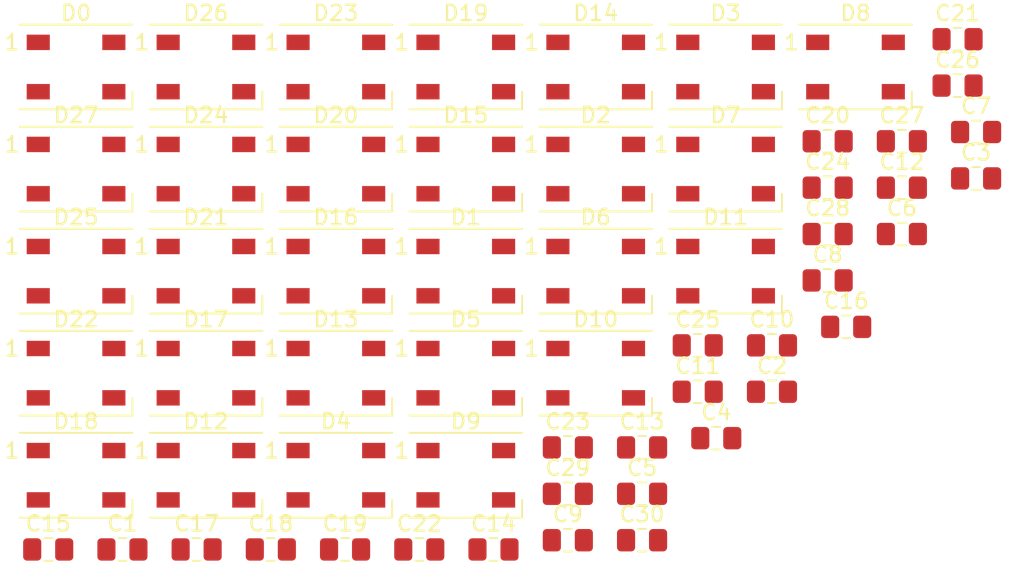
<source format=kicad_pcb>
(kicad_pcb (version 20171130) (host pcbnew "(5.1.12)-1")

  (general
    (thickness 1.6)
    (drawings 0)
    (tracks 0)
    (zones 0)
    (modules 58)
    (nets 33)
  )

  (page A4)
  (layers
    (0 F.Cu signal)
    (31 B.Cu signal)
    (32 B.Adhes user)
    (33 F.Adhes user)
    (34 B.Paste user)
    (35 F.Paste user)
    (36 B.SilkS user)
    (37 F.SilkS user)
    (38 B.Mask user)
    (39 F.Mask user)
    (40 Dwgs.User user)
    (41 Cmts.User user)
    (42 Eco1.User user)
    (43 Eco2.User user)
    (44 Edge.Cuts user)
    (45 Margin user)
    (46 B.CrtYd user)
    (47 F.CrtYd user)
    (48 B.Fab user)
    (49 F.Fab user)
  )

  (setup
    (last_trace_width 0.25)
    (trace_clearance 0.2)
    (zone_clearance 0.508)
    (zone_45_only no)
    (trace_min 0.2)
    (via_size 0.8)
    (via_drill 0.4)
    (via_min_size 0.4)
    (via_min_drill 0.3)
    (uvia_size 0.3)
    (uvia_drill 0.1)
    (uvias_allowed no)
    (uvia_min_size 0.2)
    (uvia_min_drill 0.1)
    (edge_width 0.05)
    (segment_width 0.2)
    (pcb_text_width 0.3)
    (pcb_text_size 1.5 1.5)
    (mod_edge_width 0.12)
    (mod_text_size 1 1)
    (mod_text_width 0.15)
    (pad_size 1.524 1.524)
    (pad_drill 0.762)
    (pad_to_mask_clearance 0)
    (aux_axis_origin 0 0)
    (visible_elements FFFFFF7F)
    (pcbplotparams
      (layerselection 0x010fc_ffffffff)
      (usegerberextensions false)
      (usegerberattributes true)
      (usegerberadvancedattributes true)
      (creategerberjobfile true)
      (excludeedgelayer true)
      (linewidth 0.100000)
      (plotframeref false)
      (viasonmask false)
      (mode 1)
      (useauxorigin false)
      (hpglpennumber 1)
      (hpglpenspeed 20)
      (hpglpendiameter 15.000000)
      (psnegative false)
      (psa4output false)
      (plotreference true)
      (plotvalue true)
      (plotinvisibletext false)
      (padsonsilk false)
      (subtractmaskfromsilk false)
      (outputformat 1)
      (mirror false)
      (drillshape 1)
      (scaleselection 1)
      (outputdirectory ""))
  )

  (net 0 "")
  (net 1 GND)
  (net 2 +5V)
  (net 3 "Net-(D0-Pad2)")
  (net 4 "Net-(D0-Pad4)")
  (net 5 "Net-(D1-Pad2)")
  (net 6 "Net-(D2-Pad2)")
  (net 7 "Net-(D3-Pad2)")
  (net 8 "Net-(D4-Pad2)")
  (net 9 "Net-(D5-Pad2)")
  (net 10 "Net-(D6-Pad2)")
  (net 11 "Net-(D7-Pad2)")
  (net 12 "Net-(D8-Pad2)")
  (net 13 "Net-(D10-Pad4)")
  (net 14 "Net-(D10-Pad2)")
  (net 15 "Net-(D11-Pad2)")
  (net 16 "Net-(D12-Pad2)")
  (net 17 "Net-(D13-Pad2)")
  (net 18 "Net-(D14-Pad2)")
  (net 19 5V)
  (net 20 "Net-(D15-Pad2)")
  (net 21 "Net-(D16-Pad2)")
  (net 22 "Net-(D17-Pad2)")
  (net 23 "Net-(D18-Pad2)")
  (net 24 "Net-(D19-Pad2)")
  (net 25 "Net-(D20-Pad2)")
  (net 26 "Net-(D21-Pad2)")
  (net 27 "Net-(D22-Pad2)")
  (net 28 "Net-(D23-Pad2)")
  (net 29 "Net-(D24-Pad2)")
  (net 30 "Net-(D25-Pad2)")
  (net 31 "Net-(D26-Pad2)")
  (net 32 "Net-(D27-Pad2)")

  (net_class Default "This is the default net class."
    (clearance 0.2)
    (trace_width 0.25)
    (via_dia 0.8)
    (via_drill 0.4)
    (uvia_dia 0.3)
    (uvia_drill 0.1)
    (add_net +5V)
    (add_net 5V)
    (add_net GND)
    (add_net "Net-(D0-Pad2)")
    (add_net "Net-(D0-Pad4)")
    (add_net "Net-(D1-Pad2)")
    (add_net "Net-(D10-Pad2)")
    (add_net "Net-(D10-Pad4)")
    (add_net "Net-(D11-Pad2)")
    (add_net "Net-(D12-Pad2)")
    (add_net "Net-(D13-Pad2)")
    (add_net "Net-(D14-Pad2)")
    (add_net "Net-(D15-Pad2)")
    (add_net "Net-(D16-Pad2)")
    (add_net "Net-(D17-Pad2)")
    (add_net "Net-(D18-Pad2)")
    (add_net "Net-(D19-Pad2)")
    (add_net "Net-(D2-Pad2)")
    (add_net "Net-(D20-Pad2)")
    (add_net "Net-(D21-Pad2)")
    (add_net "Net-(D22-Pad2)")
    (add_net "Net-(D23-Pad2)")
    (add_net "Net-(D24-Pad2)")
    (add_net "Net-(D25-Pad2)")
    (add_net "Net-(D26-Pad2)")
    (add_net "Net-(D27-Pad2)")
    (add_net "Net-(D3-Pad2)")
    (add_net "Net-(D4-Pad2)")
    (add_net "Net-(D5-Pad2)")
    (add_net "Net-(D6-Pad2)")
    (add_net "Net-(D7-Pad2)")
    (add_net "Net-(D8-Pad2)")
  )

  (module Capacitor_SMD:C_0805_2012Metric_Pad1.18x1.45mm_HandSolder (layer F.Cu) (tedit 5F68FEEF) (tstamp 62213038)
    (at 198.713601 151.656201)
    (descr "Capacitor SMD 0805 (2012 Metric), square (rectangular) end terminal, IPC_7351 nominal with elongated pad for handsoldering. (Body size source: IPC-SM-782 page 76, https://www.pcb-3d.com/wordpress/wp-content/uploads/ipc-sm-782a_amendment_1_and_2.pdf, https://docs.google.com/spreadsheets/d/1BsfQQcO9C6DZCsRaXUlFlo91Tg2WpOkGARC1WS5S8t0/edit?usp=sharing), generated with kicad-footprint-generator")
    (tags "capacitor handsolder")
    (path /6222E40D)
    (attr smd)
    (fp_text reference C1 (at 0 -1.68) (layer F.SilkS)
      (effects (font (size 1 1) (thickness 0.15)))
    )
    (fp_text value C_Small (at 0 1.68) (layer F.Fab)
      (effects (font (size 1 1) (thickness 0.15)))
    )
    (fp_text user %R (at 0 0) (layer F.Fab)
      (effects (font (size 0.5 0.5) (thickness 0.08)))
    )
    (fp_line (start -1 0.625) (end -1 -0.625) (layer F.Fab) (width 0.1))
    (fp_line (start -1 -0.625) (end 1 -0.625) (layer F.Fab) (width 0.1))
    (fp_line (start 1 -0.625) (end 1 0.625) (layer F.Fab) (width 0.1))
    (fp_line (start 1 0.625) (end -1 0.625) (layer F.Fab) (width 0.1))
    (fp_line (start -0.261252 -0.735) (end 0.261252 -0.735) (layer F.SilkS) (width 0.12))
    (fp_line (start -0.261252 0.735) (end 0.261252 0.735) (layer F.SilkS) (width 0.12))
    (fp_line (start -1.88 0.98) (end -1.88 -0.98) (layer F.CrtYd) (width 0.05))
    (fp_line (start -1.88 -0.98) (end 1.88 -0.98) (layer F.CrtYd) (width 0.05))
    (fp_line (start 1.88 -0.98) (end 1.88 0.98) (layer F.CrtYd) (width 0.05))
    (fp_line (start 1.88 0.98) (end -1.88 0.98) (layer F.CrtYd) (width 0.05))
    (pad 2 smd roundrect (at 1.0375 0) (size 1.175 1.45) (layers F.Cu F.Paste F.Mask) (roundrect_rratio 0.212766)
      (net 1 GND))
    (pad 1 smd roundrect (at -1.0375 0) (size 1.175 1.45) (layers F.Cu F.Paste F.Mask) (roundrect_rratio 0.212766)
      (net 2 +5V))
    (model ${KISYS3DMOD}/Capacitor_SMD.3dshapes/C_0805_2012Metric.wrl
      (at (xyz 0 0 0))
      (scale (xyz 1 1 1))
      (rotate (xyz 0 0 0))
    )
  )

  (module Capacitor_SMD:C_0805_2012Metric_Pad1.18x1.45mm_HandSolder (layer F.Cu) (tedit 5F68FEEF) (tstamp 62213049)
    (at 240.813601 141.426201)
    (descr "Capacitor SMD 0805 (2012 Metric), square (rectangular) end terminal, IPC_7351 nominal with elongated pad for handsoldering. (Body size source: IPC-SM-782 page 76, https://www.pcb-3d.com/wordpress/wp-content/uploads/ipc-sm-782a_amendment_1_and_2.pdf, https://docs.google.com/spreadsheets/d/1BsfQQcO9C6DZCsRaXUlFlo91Tg2WpOkGARC1WS5S8t0/edit?usp=sharing), generated with kicad-footprint-generator")
    (tags "capacitor handsolder")
    (path /621D777F)
    (attr smd)
    (fp_text reference C2 (at 0 -1.68) (layer F.SilkS)
      (effects (font (size 1 1) (thickness 0.15)))
    )
    (fp_text value C_Small (at 0 1.68) (layer F.Fab)
      (effects (font (size 1 1) (thickness 0.15)))
    )
    (fp_line (start 1.88 0.98) (end -1.88 0.98) (layer F.CrtYd) (width 0.05))
    (fp_line (start 1.88 -0.98) (end 1.88 0.98) (layer F.CrtYd) (width 0.05))
    (fp_line (start -1.88 -0.98) (end 1.88 -0.98) (layer F.CrtYd) (width 0.05))
    (fp_line (start -1.88 0.98) (end -1.88 -0.98) (layer F.CrtYd) (width 0.05))
    (fp_line (start -0.261252 0.735) (end 0.261252 0.735) (layer F.SilkS) (width 0.12))
    (fp_line (start -0.261252 -0.735) (end 0.261252 -0.735) (layer F.SilkS) (width 0.12))
    (fp_line (start 1 0.625) (end -1 0.625) (layer F.Fab) (width 0.1))
    (fp_line (start 1 -0.625) (end 1 0.625) (layer F.Fab) (width 0.1))
    (fp_line (start -1 -0.625) (end 1 -0.625) (layer F.Fab) (width 0.1))
    (fp_line (start -1 0.625) (end -1 -0.625) (layer F.Fab) (width 0.1))
    (fp_text user %R (at 0 0) (layer F.Fab)
      (effects (font (size 0.5 0.5) (thickness 0.08)))
    )
    (pad 1 smd roundrect (at -1.0375 0) (size 1.175 1.45) (layers F.Cu F.Paste F.Mask) (roundrect_rratio 0.212766)
      (net 2 +5V))
    (pad 2 smd roundrect (at 1.0375 0) (size 1.175 1.45) (layers F.Cu F.Paste F.Mask) (roundrect_rratio 0.212766)
      (net 1 GND))
    (model ${KISYS3DMOD}/Capacitor_SMD.3dshapes/C_0805_2012Metric.wrl
      (at (xyz 0 0 0))
      (scale (xyz 1 1 1))
      (rotate (xyz 0 0 0))
    )
  )

  (module Capacitor_SMD:C_0805_2012Metric_Pad1.18x1.45mm_HandSolder (layer F.Cu) (tedit 5F68FEEF) (tstamp 6221305A)
    (at 254.043601 127.586201)
    (descr "Capacitor SMD 0805 (2012 Metric), square (rectangular) end terminal, IPC_7351 nominal with elongated pad for handsoldering. (Body size source: IPC-SM-782 page 76, https://www.pcb-3d.com/wordpress/wp-content/uploads/ipc-sm-782a_amendment_1_and_2.pdf, https://docs.google.com/spreadsheets/d/1BsfQQcO9C6DZCsRaXUlFlo91Tg2WpOkGARC1WS5S8t0/edit?usp=sharing), generated with kicad-footprint-generator")
    (tags "capacitor handsolder")
    (path /6222E41F)
    (attr smd)
    (fp_text reference C3 (at 0 -1.68) (layer F.SilkS)
      (effects (font (size 1 1) (thickness 0.15)))
    )
    (fp_text value C_Small (at 0 1.68) (layer F.Fab)
      (effects (font (size 1 1) (thickness 0.15)))
    )
    (fp_line (start 1.88 0.98) (end -1.88 0.98) (layer F.CrtYd) (width 0.05))
    (fp_line (start 1.88 -0.98) (end 1.88 0.98) (layer F.CrtYd) (width 0.05))
    (fp_line (start -1.88 -0.98) (end 1.88 -0.98) (layer F.CrtYd) (width 0.05))
    (fp_line (start -1.88 0.98) (end -1.88 -0.98) (layer F.CrtYd) (width 0.05))
    (fp_line (start -0.261252 0.735) (end 0.261252 0.735) (layer F.SilkS) (width 0.12))
    (fp_line (start -0.261252 -0.735) (end 0.261252 -0.735) (layer F.SilkS) (width 0.12))
    (fp_line (start 1 0.625) (end -1 0.625) (layer F.Fab) (width 0.1))
    (fp_line (start 1 -0.625) (end 1 0.625) (layer F.Fab) (width 0.1))
    (fp_line (start -1 -0.625) (end 1 -0.625) (layer F.Fab) (width 0.1))
    (fp_line (start -1 0.625) (end -1 -0.625) (layer F.Fab) (width 0.1))
    (fp_text user %R (at 0 0) (layer F.Fab)
      (effects (font (size 0.5 0.5) (thickness 0.08)))
    )
    (pad 1 smd roundrect (at -1.0375 0) (size 1.175 1.45) (layers F.Cu F.Paste F.Mask) (roundrect_rratio 0.212766)
      (net 2 +5V))
    (pad 2 smd roundrect (at 1.0375 0) (size 1.175 1.45) (layers F.Cu F.Paste F.Mask) (roundrect_rratio 0.212766)
      (net 1 GND))
    (model ${KISYS3DMOD}/Capacitor_SMD.3dshapes/C_0805_2012Metric.wrl
      (at (xyz 0 0 0))
      (scale (xyz 1 1 1))
      (rotate (xyz 0 0 0))
    )
  )

  (module Capacitor_SMD:C_0805_2012Metric_Pad1.18x1.45mm_HandSolder (layer F.Cu) (tedit 5F68FEEF) (tstamp 6221306B)
    (at 237.203601 144.436201)
    (descr "Capacitor SMD 0805 (2012 Metric), square (rectangular) end terminal, IPC_7351 nominal with elongated pad for handsoldering. (Body size source: IPC-SM-782 page 76, https://www.pcb-3d.com/wordpress/wp-content/uploads/ipc-sm-782a_amendment_1_and_2.pdf, https://docs.google.com/spreadsheets/d/1BsfQQcO9C6DZCsRaXUlFlo91Tg2WpOkGARC1WS5S8t0/edit?usp=sharing), generated with kicad-footprint-generator")
    (tags "capacitor handsolder")
    (path /6221B1CD)
    (attr smd)
    (fp_text reference C4 (at 0 -1.68) (layer F.SilkS)
      (effects (font (size 1 1) (thickness 0.15)))
    )
    (fp_text value C_Small (at 0 1.68) (layer F.Fab)
      (effects (font (size 1 1) (thickness 0.15)))
    )
    (fp_text user %R (at 0 0) (layer F.Fab)
      (effects (font (size 0.5 0.5) (thickness 0.08)))
    )
    (fp_line (start -1 0.625) (end -1 -0.625) (layer F.Fab) (width 0.1))
    (fp_line (start -1 -0.625) (end 1 -0.625) (layer F.Fab) (width 0.1))
    (fp_line (start 1 -0.625) (end 1 0.625) (layer F.Fab) (width 0.1))
    (fp_line (start 1 0.625) (end -1 0.625) (layer F.Fab) (width 0.1))
    (fp_line (start -0.261252 -0.735) (end 0.261252 -0.735) (layer F.SilkS) (width 0.12))
    (fp_line (start -0.261252 0.735) (end 0.261252 0.735) (layer F.SilkS) (width 0.12))
    (fp_line (start -1.88 0.98) (end -1.88 -0.98) (layer F.CrtYd) (width 0.05))
    (fp_line (start -1.88 -0.98) (end 1.88 -0.98) (layer F.CrtYd) (width 0.05))
    (fp_line (start 1.88 -0.98) (end 1.88 0.98) (layer F.CrtYd) (width 0.05))
    (fp_line (start 1.88 0.98) (end -1.88 0.98) (layer F.CrtYd) (width 0.05))
    (pad 2 smd roundrect (at 1.0375 0) (size 1.175 1.45) (layers F.Cu F.Paste F.Mask) (roundrect_rratio 0.212766)
      (net 1 GND))
    (pad 1 smd roundrect (at -1.0375 0) (size 1.175 1.45) (layers F.Cu F.Paste F.Mask) (roundrect_rratio 0.212766)
      (net 2 +5V))
    (model ${KISYS3DMOD}/Capacitor_SMD.3dshapes/C_0805_2012Metric.wrl
      (at (xyz 0 0 0))
      (scale (xyz 1 1 1))
      (rotate (xyz 0 0 0))
    )
  )

  (module Capacitor_SMD:C_0805_2012Metric_Pad1.18x1.45mm_HandSolder (layer F.Cu) (tedit 5F68FEEF) (tstamp 6221307C)
    (at 232.393601 148.046201)
    (descr "Capacitor SMD 0805 (2012 Metric), square (rectangular) end terminal, IPC_7351 nominal with elongated pad for handsoldering. (Body size source: IPC-SM-782 page 76, https://www.pcb-3d.com/wordpress/wp-content/uploads/ipc-sm-782a_amendment_1_and_2.pdf, https://docs.google.com/spreadsheets/d/1BsfQQcO9C6DZCsRaXUlFlo91Tg2WpOkGARC1WS5S8t0/edit?usp=sharing), generated with kicad-footprint-generator")
    (tags "capacitor handsolder")
    (path /6222E431)
    (attr smd)
    (fp_text reference C5 (at 0 -1.68) (layer F.SilkS)
      (effects (font (size 1 1) (thickness 0.15)))
    )
    (fp_text value C_Small (at 0 1.68) (layer F.Fab)
      (effects (font (size 1 1) (thickness 0.15)))
    )
    (fp_text user %R (at 0 0) (layer F.Fab)
      (effects (font (size 0.5 0.5) (thickness 0.08)))
    )
    (fp_line (start -1 0.625) (end -1 -0.625) (layer F.Fab) (width 0.1))
    (fp_line (start -1 -0.625) (end 1 -0.625) (layer F.Fab) (width 0.1))
    (fp_line (start 1 -0.625) (end 1 0.625) (layer F.Fab) (width 0.1))
    (fp_line (start 1 0.625) (end -1 0.625) (layer F.Fab) (width 0.1))
    (fp_line (start -0.261252 -0.735) (end 0.261252 -0.735) (layer F.SilkS) (width 0.12))
    (fp_line (start -0.261252 0.735) (end 0.261252 0.735) (layer F.SilkS) (width 0.12))
    (fp_line (start -1.88 0.98) (end -1.88 -0.98) (layer F.CrtYd) (width 0.05))
    (fp_line (start -1.88 -0.98) (end 1.88 -0.98) (layer F.CrtYd) (width 0.05))
    (fp_line (start 1.88 -0.98) (end 1.88 0.98) (layer F.CrtYd) (width 0.05))
    (fp_line (start 1.88 0.98) (end -1.88 0.98) (layer F.CrtYd) (width 0.05))
    (pad 2 smd roundrect (at 1.0375 0) (size 1.175 1.45) (layers F.Cu F.Paste F.Mask) (roundrect_rratio 0.212766)
      (net 1 GND))
    (pad 1 smd roundrect (at -1.0375 0) (size 1.175 1.45) (layers F.Cu F.Paste F.Mask) (roundrect_rratio 0.212766)
      (net 2 +5V))
    (model ${KISYS3DMOD}/Capacitor_SMD.3dshapes/C_0805_2012Metric.wrl
      (at (xyz 0 0 0))
      (scale (xyz 1 1 1))
      (rotate (xyz 0 0 0))
    )
  )

  (module Capacitor_SMD:C_0805_2012Metric_Pad1.18x1.45mm_HandSolder (layer F.Cu) (tedit 5F68FEEF) (tstamp 6221308D)
    (at 249.233601 131.196201)
    (descr "Capacitor SMD 0805 (2012 Metric), square (rectangular) end terminal, IPC_7351 nominal with elongated pad for handsoldering. (Body size source: IPC-SM-782 page 76, https://www.pcb-3d.com/wordpress/wp-content/uploads/ipc-sm-782a_amendment_1_and_2.pdf, https://docs.google.com/spreadsheets/d/1BsfQQcO9C6DZCsRaXUlFlo91Tg2WpOkGARC1WS5S8t0/edit?usp=sharing), generated with kicad-footprint-generator")
    (tags "capacitor handsolder")
    (path /6221EEF4)
    (attr smd)
    (fp_text reference C6 (at 0 -1.68) (layer F.SilkS)
      (effects (font (size 1 1) (thickness 0.15)))
    )
    (fp_text value C_Small (at 0 1.68) (layer F.Fab)
      (effects (font (size 1 1) (thickness 0.15)))
    )
    (fp_line (start 1.88 0.98) (end -1.88 0.98) (layer F.CrtYd) (width 0.05))
    (fp_line (start 1.88 -0.98) (end 1.88 0.98) (layer F.CrtYd) (width 0.05))
    (fp_line (start -1.88 -0.98) (end 1.88 -0.98) (layer F.CrtYd) (width 0.05))
    (fp_line (start -1.88 0.98) (end -1.88 -0.98) (layer F.CrtYd) (width 0.05))
    (fp_line (start -0.261252 0.735) (end 0.261252 0.735) (layer F.SilkS) (width 0.12))
    (fp_line (start -0.261252 -0.735) (end 0.261252 -0.735) (layer F.SilkS) (width 0.12))
    (fp_line (start 1 0.625) (end -1 0.625) (layer F.Fab) (width 0.1))
    (fp_line (start 1 -0.625) (end 1 0.625) (layer F.Fab) (width 0.1))
    (fp_line (start -1 -0.625) (end 1 -0.625) (layer F.Fab) (width 0.1))
    (fp_line (start -1 0.625) (end -1 -0.625) (layer F.Fab) (width 0.1))
    (fp_text user %R (at 0 0) (layer F.Fab)
      (effects (font (size 0.5 0.5) (thickness 0.08)))
    )
    (pad 1 smd roundrect (at -1.0375 0) (size 1.175 1.45) (layers F.Cu F.Paste F.Mask) (roundrect_rratio 0.212766)
      (net 2 +5V))
    (pad 2 smd roundrect (at 1.0375 0) (size 1.175 1.45) (layers F.Cu F.Paste F.Mask) (roundrect_rratio 0.212766)
      (net 1 GND))
    (model ${KISYS3DMOD}/Capacitor_SMD.3dshapes/C_0805_2012Metric.wrl
      (at (xyz 0 0 0))
      (scale (xyz 1 1 1))
      (rotate (xyz 0 0 0))
    )
  )

  (module Capacitor_SMD:C_0805_2012Metric_Pad1.18x1.45mm_HandSolder (layer F.Cu) (tedit 5F68FEEF) (tstamp 6221309E)
    (at 254.043601 124.576201)
    (descr "Capacitor SMD 0805 (2012 Metric), square (rectangular) end terminal, IPC_7351 nominal with elongated pad for handsoldering. (Body size source: IPC-SM-782 page 76, https://www.pcb-3d.com/wordpress/wp-content/uploads/ipc-sm-782a_amendment_1_and_2.pdf, https://docs.google.com/spreadsheets/d/1BsfQQcO9C6DZCsRaXUlFlo91Tg2WpOkGARC1WS5S8t0/edit?usp=sharing), generated with kicad-footprint-generator")
    (tags "capacitor handsolder")
    (path /6222E443)
    (attr smd)
    (fp_text reference C7 (at 0 -1.68) (layer F.SilkS)
      (effects (font (size 1 1) (thickness 0.15)))
    )
    (fp_text value C_Small (at 0 1.68) (layer F.Fab)
      (effects (font (size 1 1) (thickness 0.15)))
    )
    (fp_line (start 1.88 0.98) (end -1.88 0.98) (layer F.CrtYd) (width 0.05))
    (fp_line (start 1.88 -0.98) (end 1.88 0.98) (layer F.CrtYd) (width 0.05))
    (fp_line (start -1.88 -0.98) (end 1.88 -0.98) (layer F.CrtYd) (width 0.05))
    (fp_line (start -1.88 0.98) (end -1.88 -0.98) (layer F.CrtYd) (width 0.05))
    (fp_line (start -0.261252 0.735) (end 0.261252 0.735) (layer F.SilkS) (width 0.12))
    (fp_line (start -0.261252 -0.735) (end 0.261252 -0.735) (layer F.SilkS) (width 0.12))
    (fp_line (start 1 0.625) (end -1 0.625) (layer F.Fab) (width 0.1))
    (fp_line (start 1 -0.625) (end 1 0.625) (layer F.Fab) (width 0.1))
    (fp_line (start -1 -0.625) (end 1 -0.625) (layer F.Fab) (width 0.1))
    (fp_line (start -1 0.625) (end -1 -0.625) (layer F.Fab) (width 0.1))
    (fp_text user %R (at 0 0) (layer F.Fab)
      (effects (font (size 0.5 0.5) (thickness 0.08)))
    )
    (pad 1 smd roundrect (at -1.0375 0) (size 1.175 1.45) (layers F.Cu F.Paste F.Mask) (roundrect_rratio 0.212766)
      (net 2 +5V))
    (pad 2 smd roundrect (at 1.0375 0) (size 1.175 1.45) (layers F.Cu F.Paste F.Mask) (roundrect_rratio 0.212766)
      (net 1 GND))
    (model ${KISYS3DMOD}/Capacitor_SMD.3dshapes/C_0805_2012Metric.wrl
      (at (xyz 0 0 0))
      (scale (xyz 1 1 1))
      (rotate (xyz 0 0 0))
    )
  )

  (module Capacitor_SMD:C_0805_2012Metric_Pad1.18x1.45mm_HandSolder (layer F.Cu) (tedit 5F68FEEF) (tstamp 622130AF)
    (at 244.423601 134.206201)
    (descr "Capacitor SMD 0805 (2012 Metric), square (rectangular) end terminal, IPC_7351 nominal with elongated pad for handsoldering. (Body size source: IPC-SM-782 page 76, https://www.pcb-3d.com/wordpress/wp-content/uploads/ipc-sm-782a_amendment_1_and_2.pdf, https://docs.google.com/spreadsheets/d/1BsfQQcO9C6DZCsRaXUlFlo91Tg2WpOkGARC1WS5S8t0/edit?usp=sharing), generated with kicad-footprint-generator")
    (tags "capacitor handsolder")
    (path /62224041)
    (attr smd)
    (fp_text reference C8 (at 0 -1.68) (layer F.SilkS)
      (effects (font (size 1 1) (thickness 0.15)))
    )
    (fp_text value C_Small (at 0 1.68) (layer F.Fab)
      (effects (font (size 1 1) (thickness 0.15)))
    )
    (fp_text user %R (at 0 0) (layer F.Fab)
      (effects (font (size 0.5 0.5) (thickness 0.08)))
    )
    (fp_line (start -1 0.625) (end -1 -0.625) (layer F.Fab) (width 0.1))
    (fp_line (start -1 -0.625) (end 1 -0.625) (layer F.Fab) (width 0.1))
    (fp_line (start 1 -0.625) (end 1 0.625) (layer F.Fab) (width 0.1))
    (fp_line (start 1 0.625) (end -1 0.625) (layer F.Fab) (width 0.1))
    (fp_line (start -0.261252 -0.735) (end 0.261252 -0.735) (layer F.SilkS) (width 0.12))
    (fp_line (start -0.261252 0.735) (end 0.261252 0.735) (layer F.SilkS) (width 0.12))
    (fp_line (start -1.88 0.98) (end -1.88 -0.98) (layer F.CrtYd) (width 0.05))
    (fp_line (start -1.88 -0.98) (end 1.88 -0.98) (layer F.CrtYd) (width 0.05))
    (fp_line (start 1.88 -0.98) (end 1.88 0.98) (layer F.CrtYd) (width 0.05))
    (fp_line (start 1.88 0.98) (end -1.88 0.98) (layer F.CrtYd) (width 0.05))
    (pad 2 smd roundrect (at 1.0375 0) (size 1.175 1.45) (layers F.Cu F.Paste F.Mask) (roundrect_rratio 0.212766)
      (net 1 GND))
    (pad 1 smd roundrect (at -1.0375 0) (size 1.175 1.45) (layers F.Cu F.Paste F.Mask) (roundrect_rratio 0.212766)
      (net 2 +5V))
    (model ${KISYS3DMOD}/Capacitor_SMD.3dshapes/C_0805_2012Metric.wrl
      (at (xyz 0 0 0))
      (scale (xyz 1 1 1))
      (rotate (xyz 0 0 0))
    )
  )

  (module Capacitor_SMD:C_0805_2012Metric_Pad1.18x1.45mm_HandSolder (layer F.Cu) (tedit 5F68FEEF) (tstamp 622130C0)
    (at 227.583601 151.056201)
    (descr "Capacitor SMD 0805 (2012 Metric), square (rectangular) end terminal, IPC_7351 nominal with elongated pad for handsoldering. (Body size source: IPC-SM-782 page 76, https://www.pcb-3d.com/wordpress/wp-content/uploads/ipc-sm-782a_amendment_1_and_2.pdf, https://docs.google.com/spreadsheets/d/1BsfQQcO9C6DZCsRaXUlFlo91Tg2WpOkGARC1WS5S8t0/edit?usp=sharing), generated with kicad-footprint-generator")
    (tags "capacitor handsolder")
    (path /6222E455)
    (attr smd)
    (fp_text reference C9 (at 0 -1.68) (layer F.SilkS)
      (effects (font (size 1 1) (thickness 0.15)))
    )
    (fp_text value C_Small (at 0 1.68) (layer F.Fab)
      (effects (font (size 1 1) (thickness 0.15)))
    )
    (fp_text user %R (at 0 0) (layer F.Fab)
      (effects (font (size 0.5 0.5) (thickness 0.08)))
    )
    (fp_line (start -1 0.625) (end -1 -0.625) (layer F.Fab) (width 0.1))
    (fp_line (start -1 -0.625) (end 1 -0.625) (layer F.Fab) (width 0.1))
    (fp_line (start 1 -0.625) (end 1 0.625) (layer F.Fab) (width 0.1))
    (fp_line (start 1 0.625) (end -1 0.625) (layer F.Fab) (width 0.1))
    (fp_line (start -0.261252 -0.735) (end 0.261252 -0.735) (layer F.SilkS) (width 0.12))
    (fp_line (start -0.261252 0.735) (end 0.261252 0.735) (layer F.SilkS) (width 0.12))
    (fp_line (start -1.88 0.98) (end -1.88 -0.98) (layer F.CrtYd) (width 0.05))
    (fp_line (start -1.88 -0.98) (end 1.88 -0.98) (layer F.CrtYd) (width 0.05))
    (fp_line (start 1.88 -0.98) (end 1.88 0.98) (layer F.CrtYd) (width 0.05))
    (fp_line (start 1.88 0.98) (end -1.88 0.98) (layer F.CrtYd) (width 0.05))
    (pad 2 smd roundrect (at 1.0375 0) (size 1.175 1.45) (layers F.Cu F.Paste F.Mask) (roundrect_rratio 0.212766)
      (net 1 GND))
    (pad 1 smd roundrect (at -1.0375 0) (size 1.175 1.45) (layers F.Cu F.Paste F.Mask) (roundrect_rratio 0.212766)
      (net 2 +5V))
    (model ${KISYS3DMOD}/Capacitor_SMD.3dshapes/C_0805_2012Metric.wrl
      (at (xyz 0 0 0))
      (scale (xyz 1 1 1))
      (rotate (xyz 0 0 0))
    )
  )

  (module Capacitor_SMD:C_0805_2012Metric_Pad1.18x1.45mm_HandSolder (layer F.Cu) (tedit 5F68FEEF) (tstamp 622130D1)
    (at 240.813601 138.416201)
    (descr "Capacitor SMD 0805 (2012 Metric), square (rectangular) end terminal, IPC_7351 nominal with elongated pad for handsoldering. (Body size source: IPC-SM-782 page 76, https://www.pcb-3d.com/wordpress/wp-content/uploads/ipc-sm-782a_amendment_1_and_2.pdf, https://docs.google.com/spreadsheets/d/1BsfQQcO9C6DZCsRaXUlFlo91Tg2WpOkGARC1WS5S8t0/edit?usp=sharing), generated with kicad-footprint-generator")
    (tags "capacitor handsolder")
    (path /62227DDA)
    (attr smd)
    (fp_text reference C10 (at 0 -1.68) (layer F.SilkS)
      (effects (font (size 1 1) (thickness 0.15)))
    )
    (fp_text value C_Small (at 0 1.68) (layer F.Fab)
      (effects (font (size 1 1) (thickness 0.15)))
    )
    (fp_line (start 1.88 0.98) (end -1.88 0.98) (layer F.CrtYd) (width 0.05))
    (fp_line (start 1.88 -0.98) (end 1.88 0.98) (layer F.CrtYd) (width 0.05))
    (fp_line (start -1.88 -0.98) (end 1.88 -0.98) (layer F.CrtYd) (width 0.05))
    (fp_line (start -1.88 0.98) (end -1.88 -0.98) (layer F.CrtYd) (width 0.05))
    (fp_line (start -0.261252 0.735) (end 0.261252 0.735) (layer F.SilkS) (width 0.12))
    (fp_line (start -0.261252 -0.735) (end 0.261252 -0.735) (layer F.SilkS) (width 0.12))
    (fp_line (start 1 0.625) (end -1 0.625) (layer F.Fab) (width 0.1))
    (fp_line (start 1 -0.625) (end 1 0.625) (layer F.Fab) (width 0.1))
    (fp_line (start -1 -0.625) (end 1 -0.625) (layer F.Fab) (width 0.1))
    (fp_line (start -1 0.625) (end -1 -0.625) (layer F.Fab) (width 0.1))
    (fp_text user %R (at 0 0) (layer F.Fab)
      (effects (font (size 0.5 0.5) (thickness 0.08)))
    )
    (pad 1 smd roundrect (at -1.0375 0) (size 1.175 1.45) (layers F.Cu F.Paste F.Mask) (roundrect_rratio 0.212766)
      (net 2 +5V))
    (pad 2 smd roundrect (at 1.0375 0) (size 1.175 1.45) (layers F.Cu F.Paste F.Mask) (roundrect_rratio 0.212766)
      (net 1 GND))
    (model ${KISYS3DMOD}/Capacitor_SMD.3dshapes/C_0805_2012Metric.wrl
      (at (xyz 0 0 0))
      (scale (xyz 1 1 1))
      (rotate (xyz 0 0 0))
    )
  )

  (module Capacitor_SMD:C_0805_2012Metric_Pad1.18x1.45mm_HandSolder (layer F.Cu) (tedit 5F68FEEF) (tstamp 622130E2)
    (at 236.003601 141.426201)
    (descr "Capacitor SMD 0805 (2012 Metric), square (rectangular) end terminal, IPC_7351 nominal with elongated pad for handsoldering. (Body size source: IPC-SM-782 page 76, https://www.pcb-3d.com/wordpress/wp-content/uploads/ipc-sm-782a_amendment_1_and_2.pdf, https://docs.google.com/spreadsheets/d/1BsfQQcO9C6DZCsRaXUlFlo91Tg2WpOkGARC1WS5S8t0/edit?usp=sharing), generated with kicad-footprint-generator")
    (tags "capacitor handsolder")
    (path /622357B4)
    (attr smd)
    (fp_text reference C11 (at 0 -1.68) (layer F.SilkS)
      (effects (font (size 1 1) (thickness 0.15)))
    )
    (fp_text value C_Small (at 0 1.68) (layer F.Fab)
      (effects (font (size 1 1) (thickness 0.15)))
    )
    (fp_line (start 1.88 0.98) (end -1.88 0.98) (layer F.CrtYd) (width 0.05))
    (fp_line (start 1.88 -0.98) (end 1.88 0.98) (layer F.CrtYd) (width 0.05))
    (fp_line (start -1.88 -0.98) (end 1.88 -0.98) (layer F.CrtYd) (width 0.05))
    (fp_line (start -1.88 0.98) (end -1.88 -0.98) (layer F.CrtYd) (width 0.05))
    (fp_line (start -0.261252 0.735) (end 0.261252 0.735) (layer F.SilkS) (width 0.12))
    (fp_line (start -0.261252 -0.735) (end 0.261252 -0.735) (layer F.SilkS) (width 0.12))
    (fp_line (start 1 0.625) (end -1 0.625) (layer F.Fab) (width 0.1))
    (fp_line (start 1 -0.625) (end 1 0.625) (layer F.Fab) (width 0.1))
    (fp_line (start -1 -0.625) (end 1 -0.625) (layer F.Fab) (width 0.1))
    (fp_line (start -1 0.625) (end -1 -0.625) (layer F.Fab) (width 0.1))
    (fp_text user %R (at 0 0) (layer F.Fab)
      (effects (font (size 0.5 0.5) (thickness 0.08)))
    )
    (pad 1 smd roundrect (at -1.0375 0) (size 1.175 1.45) (layers F.Cu F.Paste F.Mask) (roundrect_rratio 0.212766)
      (net 2 +5V))
    (pad 2 smd roundrect (at 1.0375 0) (size 1.175 1.45) (layers F.Cu F.Paste F.Mask) (roundrect_rratio 0.212766)
      (net 1 GND))
    (model ${KISYS3DMOD}/Capacitor_SMD.3dshapes/C_0805_2012Metric.wrl
      (at (xyz 0 0 0))
      (scale (xyz 1 1 1))
      (rotate (xyz 0 0 0))
    )
  )

  (module Capacitor_SMD:C_0805_2012Metric_Pad1.18x1.45mm_HandSolder (layer F.Cu) (tedit 5F68FEEF) (tstamp 622130F3)
    (at 249.233601 128.186201)
    (descr "Capacitor SMD 0805 (2012 Metric), square (rectangular) end terminal, IPC_7351 nominal with elongated pad for handsoldering. (Body size source: IPC-SM-782 page 76, https://www.pcb-3d.com/wordpress/wp-content/uploads/ipc-sm-782a_amendment_1_and_2.pdf, https://docs.google.com/spreadsheets/d/1BsfQQcO9C6DZCsRaXUlFlo91Tg2WpOkGARC1WS5S8t0/edit?usp=sharing), generated with kicad-footprint-generator")
    (tags "capacitor handsolder")
    (path /6223A809)
    (attr smd)
    (fp_text reference C12 (at 0 -1.68) (layer F.SilkS)
      (effects (font (size 1 1) (thickness 0.15)))
    )
    (fp_text value C_Small (at 0 1.68) (layer F.Fab)
      (effects (font (size 1 1) (thickness 0.15)))
    )
    (fp_text user %R (at 0 0) (layer F.Fab)
      (effects (font (size 0.5 0.5) (thickness 0.08)))
    )
    (fp_line (start -1 0.625) (end -1 -0.625) (layer F.Fab) (width 0.1))
    (fp_line (start -1 -0.625) (end 1 -0.625) (layer F.Fab) (width 0.1))
    (fp_line (start 1 -0.625) (end 1 0.625) (layer F.Fab) (width 0.1))
    (fp_line (start 1 0.625) (end -1 0.625) (layer F.Fab) (width 0.1))
    (fp_line (start -0.261252 -0.735) (end 0.261252 -0.735) (layer F.SilkS) (width 0.12))
    (fp_line (start -0.261252 0.735) (end 0.261252 0.735) (layer F.SilkS) (width 0.12))
    (fp_line (start -1.88 0.98) (end -1.88 -0.98) (layer F.CrtYd) (width 0.05))
    (fp_line (start -1.88 -0.98) (end 1.88 -0.98) (layer F.CrtYd) (width 0.05))
    (fp_line (start 1.88 -0.98) (end 1.88 0.98) (layer F.CrtYd) (width 0.05))
    (fp_line (start 1.88 0.98) (end -1.88 0.98) (layer F.CrtYd) (width 0.05))
    (pad 2 smd roundrect (at 1.0375 0) (size 1.175 1.45) (layers F.Cu F.Paste F.Mask) (roundrect_rratio 0.212766)
      (net 1 GND))
    (pad 1 smd roundrect (at -1.0375 0) (size 1.175 1.45) (layers F.Cu F.Paste F.Mask) (roundrect_rratio 0.212766)
      (net 2 +5V))
    (model ${KISYS3DMOD}/Capacitor_SMD.3dshapes/C_0805_2012Metric.wrl
      (at (xyz 0 0 0))
      (scale (xyz 1 1 1))
      (rotate (xyz 0 0 0))
    )
  )

  (module Capacitor_SMD:C_0805_2012Metric_Pad1.18x1.45mm_HandSolder (layer F.Cu) (tedit 5F68FEEF) (tstamp 62213104)
    (at 232.393601 145.036201)
    (descr "Capacitor SMD 0805 (2012 Metric), square (rectangular) end terminal, IPC_7351 nominal with elongated pad for handsoldering. (Body size source: IPC-SM-782 page 76, https://www.pcb-3d.com/wordpress/wp-content/uploads/ipc-sm-782a_amendment_1_and_2.pdf, https://docs.google.com/spreadsheets/d/1BsfQQcO9C6DZCsRaXUlFlo91Tg2WpOkGARC1WS5S8t0/edit?usp=sharing), generated with kicad-footprint-generator")
    (tags "capacitor handsolder")
    (path /622357C6)
    (attr smd)
    (fp_text reference C13 (at 0 -1.68) (layer F.SilkS)
      (effects (font (size 1 1) (thickness 0.15)))
    )
    (fp_text value C_Small (at 0 1.68) (layer F.Fab)
      (effects (font (size 1 1) (thickness 0.15)))
    )
    (fp_text user %R (at 0 0) (layer F.Fab)
      (effects (font (size 0.5 0.5) (thickness 0.08)))
    )
    (fp_line (start -1 0.625) (end -1 -0.625) (layer F.Fab) (width 0.1))
    (fp_line (start -1 -0.625) (end 1 -0.625) (layer F.Fab) (width 0.1))
    (fp_line (start 1 -0.625) (end 1 0.625) (layer F.Fab) (width 0.1))
    (fp_line (start 1 0.625) (end -1 0.625) (layer F.Fab) (width 0.1))
    (fp_line (start -0.261252 -0.735) (end 0.261252 -0.735) (layer F.SilkS) (width 0.12))
    (fp_line (start -0.261252 0.735) (end 0.261252 0.735) (layer F.SilkS) (width 0.12))
    (fp_line (start -1.88 0.98) (end -1.88 -0.98) (layer F.CrtYd) (width 0.05))
    (fp_line (start -1.88 -0.98) (end 1.88 -0.98) (layer F.CrtYd) (width 0.05))
    (fp_line (start 1.88 -0.98) (end 1.88 0.98) (layer F.CrtYd) (width 0.05))
    (fp_line (start 1.88 0.98) (end -1.88 0.98) (layer F.CrtYd) (width 0.05))
    (pad 2 smd roundrect (at 1.0375 0) (size 1.175 1.45) (layers F.Cu F.Paste F.Mask) (roundrect_rratio 0.212766)
      (net 1 GND))
    (pad 1 smd roundrect (at -1.0375 0) (size 1.175 1.45) (layers F.Cu F.Paste F.Mask) (roundrect_rratio 0.212766)
      (net 2 +5V))
    (model ${KISYS3DMOD}/Capacitor_SMD.3dshapes/C_0805_2012Metric.wrl
      (at (xyz 0 0 0))
      (scale (xyz 1 1 1))
      (rotate (xyz 0 0 0))
    )
  )

  (module Capacitor_SMD:C_0805_2012Metric_Pad1.18x1.45mm_HandSolder (layer F.Cu) (tedit 5F68FEEF) (tstamp 62213115)
    (at 222.763601 151.656201)
    (descr "Capacitor SMD 0805 (2012 Metric), square (rectangular) end terminal, IPC_7351 nominal with elongated pad for handsoldering. (Body size source: IPC-SM-782 page 76, https://www.pcb-3d.com/wordpress/wp-content/uploads/ipc-sm-782a_amendment_1_and_2.pdf, https://docs.google.com/spreadsheets/d/1BsfQQcO9C6DZCsRaXUlFlo91Tg2WpOkGARC1WS5S8t0/edit?usp=sharing), generated with kicad-footprint-generator")
    (tags "capacitor handsolder")
    (path /6223A81B)
    (attr smd)
    (fp_text reference C14 (at 0 -1.68) (layer F.SilkS)
      (effects (font (size 1 1) (thickness 0.15)))
    )
    (fp_text value C_Small (at 0 1.68) (layer F.Fab)
      (effects (font (size 1 1) (thickness 0.15)))
    )
    (fp_line (start 1.88 0.98) (end -1.88 0.98) (layer F.CrtYd) (width 0.05))
    (fp_line (start 1.88 -0.98) (end 1.88 0.98) (layer F.CrtYd) (width 0.05))
    (fp_line (start -1.88 -0.98) (end 1.88 -0.98) (layer F.CrtYd) (width 0.05))
    (fp_line (start -1.88 0.98) (end -1.88 -0.98) (layer F.CrtYd) (width 0.05))
    (fp_line (start -0.261252 0.735) (end 0.261252 0.735) (layer F.SilkS) (width 0.12))
    (fp_line (start -0.261252 -0.735) (end 0.261252 -0.735) (layer F.SilkS) (width 0.12))
    (fp_line (start 1 0.625) (end -1 0.625) (layer F.Fab) (width 0.1))
    (fp_line (start 1 -0.625) (end 1 0.625) (layer F.Fab) (width 0.1))
    (fp_line (start -1 -0.625) (end 1 -0.625) (layer F.Fab) (width 0.1))
    (fp_line (start -1 0.625) (end -1 -0.625) (layer F.Fab) (width 0.1))
    (fp_text user %R (at 0 0) (layer F.Fab)
      (effects (font (size 0.5 0.5) (thickness 0.08)))
    )
    (pad 1 smd roundrect (at -1.0375 0) (size 1.175 1.45) (layers F.Cu F.Paste F.Mask) (roundrect_rratio 0.212766)
      (net 2 +5V))
    (pad 2 smd roundrect (at 1.0375 0) (size 1.175 1.45) (layers F.Cu F.Paste F.Mask) (roundrect_rratio 0.212766)
      (net 1 GND))
    (model ${KISYS3DMOD}/Capacitor_SMD.3dshapes/C_0805_2012Metric.wrl
      (at (xyz 0 0 0))
      (scale (xyz 1 1 1))
      (rotate (xyz 0 0 0))
    )
  )

  (module Capacitor_SMD:C_0805_2012Metric_Pad1.18x1.45mm_HandSolder (layer F.Cu) (tedit 5F68FEEF) (tstamp 62213126)
    (at 193.903601 151.656201)
    (descr "Capacitor SMD 0805 (2012 Metric), square (rectangular) end terminal, IPC_7351 nominal with elongated pad for handsoldering. (Body size source: IPC-SM-782 page 76, https://www.pcb-3d.com/wordpress/wp-content/uploads/ipc-sm-782a_amendment_1_and_2.pdf, https://docs.google.com/spreadsheets/d/1BsfQQcO9C6DZCsRaXUlFlo91Tg2WpOkGARC1WS5S8t0/edit?usp=sharing), generated with kicad-footprint-generator")
    (tags "capacitor handsolder")
    (path /622357D8)
    (attr smd)
    (fp_text reference C15 (at 0 -1.68) (layer F.SilkS)
      (effects (font (size 1 1) (thickness 0.15)))
    )
    (fp_text value C_Small (at 0 1.68) (layer F.Fab)
      (effects (font (size 1 1) (thickness 0.15)))
    )
    (fp_line (start 1.88 0.98) (end -1.88 0.98) (layer F.CrtYd) (width 0.05))
    (fp_line (start 1.88 -0.98) (end 1.88 0.98) (layer F.CrtYd) (width 0.05))
    (fp_line (start -1.88 -0.98) (end 1.88 -0.98) (layer F.CrtYd) (width 0.05))
    (fp_line (start -1.88 0.98) (end -1.88 -0.98) (layer F.CrtYd) (width 0.05))
    (fp_line (start -0.261252 0.735) (end 0.261252 0.735) (layer F.SilkS) (width 0.12))
    (fp_line (start -0.261252 -0.735) (end 0.261252 -0.735) (layer F.SilkS) (width 0.12))
    (fp_line (start 1 0.625) (end -1 0.625) (layer F.Fab) (width 0.1))
    (fp_line (start 1 -0.625) (end 1 0.625) (layer F.Fab) (width 0.1))
    (fp_line (start -1 -0.625) (end 1 -0.625) (layer F.Fab) (width 0.1))
    (fp_line (start -1 0.625) (end -1 -0.625) (layer F.Fab) (width 0.1))
    (fp_text user %R (at 0 0) (layer F.Fab)
      (effects (font (size 0.5 0.5) (thickness 0.08)))
    )
    (pad 1 smd roundrect (at -1.0375 0) (size 1.175 1.45) (layers F.Cu F.Paste F.Mask) (roundrect_rratio 0.212766)
      (net 2 +5V))
    (pad 2 smd roundrect (at 1.0375 0) (size 1.175 1.45) (layers F.Cu F.Paste F.Mask) (roundrect_rratio 0.212766)
      (net 1 GND))
    (model ${KISYS3DMOD}/Capacitor_SMD.3dshapes/C_0805_2012Metric.wrl
      (at (xyz 0 0 0))
      (scale (xyz 1 1 1))
      (rotate (xyz 0 0 0))
    )
  )

  (module Capacitor_SMD:C_0805_2012Metric_Pad1.18x1.45mm_HandSolder (layer F.Cu) (tedit 5F68FEEF) (tstamp 62213137)
    (at 245.623601 137.216201)
    (descr "Capacitor SMD 0805 (2012 Metric), square (rectangular) end terminal, IPC_7351 nominal with elongated pad for handsoldering. (Body size source: IPC-SM-782 page 76, https://www.pcb-3d.com/wordpress/wp-content/uploads/ipc-sm-782a_amendment_1_and_2.pdf, https://docs.google.com/spreadsheets/d/1BsfQQcO9C6DZCsRaXUlFlo91Tg2WpOkGARC1WS5S8t0/edit?usp=sharing), generated with kicad-footprint-generator")
    (tags "capacitor handsolder")
    (path /6223A82D)
    (attr smd)
    (fp_text reference C16 (at 0 -1.68) (layer F.SilkS)
      (effects (font (size 1 1) (thickness 0.15)))
    )
    (fp_text value C_Small (at 0 1.68) (layer F.Fab)
      (effects (font (size 1 1) (thickness 0.15)))
    )
    (fp_text user %R (at 0 0) (layer F.Fab)
      (effects (font (size 0.5 0.5) (thickness 0.08)))
    )
    (fp_line (start -1 0.625) (end -1 -0.625) (layer F.Fab) (width 0.1))
    (fp_line (start -1 -0.625) (end 1 -0.625) (layer F.Fab) (width 0.1))
    (fp_line (start 1 -0.625) (end 1 0.625) (layer F.Fab) (width 0.1))
    (fp_line (start 1 0.625) (end -1 0.625) (layer F.Fab) (width 0.1))
    (fp_line (start -0.261252 -0.735) (end 0.261252 -0.735) (layer F.SilkS) (width 0.12))
    (fp_line (start -0.261252 0.735) (end 0.261252 0.735) (layer F.SilkS) (width 0.12))
    (fp_line (start -1.88 0.98) (end -1.88 -0.98) (layer F.CrtYd) (width 0.05))
    (fp_line (start -1.88 -0.98) (end 1.88 -0.98) (layer F.CrtYd) (width 0.05))
    (fp_line (start 1.88 -0.98) (end 1.88 0.98) (layer F.CrtYd) (width 0.05))
    (fp_line (start 1.88 0.98) (end -1.88 0.98) (layer F.CrtYd) (width 0.05))
    (pad 2 smd roundrect (at 1.0375 0) (size 1.175 1.45) (layers F.Cu F.Paste F.Mask) (roundrect_rratio 0.212766)
      (net 1 GND))
    (pad 1 smd roundrect (at -1.0375 0) (size 1.175 1.45) (layers F.Cu F.Paste F.Mask) (roundrect_rratio 0.212766)
      (net 2 +5V))
    (model ${KISYS3DMOD}/Capacitor_SMD.3dshapes/C_0805_2012Metric.wrl
      (at (xyz 0 0 0))
      (scale (xyz 1 1 1))
      (rotate (xyz 0 0 0))
    )
  )

  (module Capacitor_SMD:C_0805_2012Metric_Pad1.18x1.45mm_HandSolder (layer F.Cu) (tedit 5F68FEEF) (tstamp 62213148)
    (at 203.523601 151.656201)
    (descr "Capacitor SMD 0805 (2012 Metric), square (rectangular) end terminal, IPC_7351 nominal with elongated pad for handsoldering. (Body size source: IPC-SM-782 page 76, https://www.pcb-3d.com/wordpress/wp-content/uploads/ipc-sm-782a_amendment_1_and_2.pdf, https://docs.google.com/spreadsheets/d/1BsfQQcO9C6DZCsRaXUlFlo91Tg2WpOkGARC1WS5S8t0/edit?usp=sharing), generated with kicad-footprint-generator")
    (tags "capacitor handsolder")
    (path /622357EA)
    (attr smd)
    (fp_text reference C17 (at 0 -1.68) (layer F.SilkS)
      (effects (font (size 1 1) (thickness 0.15)))
    )
    (fp_text value C_Small (at 0 1.68) (layer F.Fab)
      (effects (font (size 1 1) (thickness 0.15)))
    )
    (fp_text user %R (at 0 0) (layer F.Fab)
      (effects (font (size 0.5 0.5) (thickness 0.08)))
    )
    (fp_line (start -1 0.625) (end -1 -0.625) (layer F.Fab) (width 0.1))
    (fp_line (start -1 -0.625) (end 1 -0.625) (layer F.Fab) (width 0.1))
    (fp_line (start 1 -0.625) (end 1 0.625) (layer F.Fab) (width 0.1))
    (fp_line (start 1 0.625) (end -1 0.625) (layer F.Fab) (width 0.1))
    (fp_line (start -0.261252 -0.735) (end 0.261252 -0.735) (layer F.SilkS) (width 0.12))
    (fp_line (start -0.261252 0.735) (end 0.261252 0.735) (layer F.SilkS) (width 0.12))
    (fp_line (start -1.88 0.98) (end -1.88 -0.98) (layer F.CrtYd) (width 0.05))
    (fp_line (start -1.88 -0.98) (end 1.88 -0.98) (layer F.CrtYd) (width 0.05))
    (fp_line (start 1.88 -0.98) (end 1.88 0.98) (layer F.CrtYd) (width 0.05))
    (fp_line (start 1.88 0.98) (end -1.88 0.98) (layer F.CrtYd) (width 0.05))
    (pad 2 smd roundrect (at 1.0375 0) (size 1.175 1.45) (layers F.Cu F.Paste F.Mask) (roundrect_rratio 0.212766)
      (net 1 GND))
    (pad 1 smd roundrect (at -1.0375 0) (size 1.175 1.45) (layers F.Cu F.Paste F.Mask) (roundrect_rratio 0.212766)
      (net 2 +5V))
    (model ${KISYS3DMOD}/Capacitor_SMD.3dshapes/C_0805_2012Metric.wrl
      (at (xyz 0 0 0))
      (scale (xyz 1 1 1))
      (rotate (xyz 0 0 0))
    )
  )

  (module Capacitor_SMD:C_0805_2012Metric_Pad1.18x1.45mm_HandSolder (layer F.Cu) (tedit 5F68FEEF) (tstamp 62213159)
    (at 208.333601 151.656201)
    (descr "Capacitor SMD 0805 (2012 Metric), square (rectangular) end terminal, IPC_7351 nominal with elongated pad for handsoldering. (Body size source: IPC-SM-782 page 76, https://www.pcb-3d.com/wordpress/wp-content/uploads/ipc-sm-782a_amendment_1_and_2.pdf, https://docs.google.com/spreadsheets/d/1BsfQQcO9C6DZCsRaXUlFlo91Tg2WpOkGARC1WS5S8t0/edit?usp=sharing), generated with kicad-footprint-generator")
    (tags "capacitor handsolder")
    (path /6223A83F)
    (attr smd)
    (fp_text reference C18 (at 0 -1.68) (layer F.SilkS)
      (effects (font (size 1 1) (thickness 0.15)))
    )
    (fp_text value C_Small (at 0 1.68) (layer F.Fab)
      (effects (font (size 1 1) (thickness 0.15)))
    )
    (fp_line (start 1.88 0.98) (end -1.88 0.98) (layer F.CrtYd) (width 0.05))
    (fp_line (start 1.88 -0.98) (end 1.88 0.98) (layer F.CrtYd) (width 0.05))
    (fp_line (start -1.88 -0.98) (end 1.88 -0.98) (layer F.CrtYd) (width 0.05))
    (fp_line (start -1.88 0.98) (end -1.88 -0.98) (layer F.CrtYd) (width 0.05))
    (fp_line (start -0.261252 0.735) (end 0.261252 0.735) (layer F.SilkS) (width 0.12))
    (fp_line (start -0.261252 -0.735) (end 0.261252 -0.735) (layer F.SilkS) (width 0.12))
    (fp_line (start 1 0.625) (end -1 0.625) (layer F.Fab) (width 0.1))
    (fp_line (start 1 -0.625) (end 1 0.625) (layer F.Fab) (width 0.1))
    (fp_line (start -1 -0.625) (end 1 -0.625) (layer F.Fab) (width 0.1))
    (fp_line (start -1 0.625) (end -1 -0.625) (layer F.Fab) (width 0.1))
    (fp_text user %R (at 0 0) (layer F.Fab)
      (effects (font (size 0.5 0.5) (thickness 0.08)))
    )
    (pad 1 smd roundrect (at -1.0375 0) (size 1.175 1.45) (layers F.Cu F.Paste F.Mask) (roundrect_rratio 0.212766)
      (net 2 +5V))
    (pad 2 smd roundrect (at 1.0375 0) (size 1.175 1.45) (layers F.Cu F.Paste F.Mask) (roundrect_rratio 0.212766)
      (net 1 GND))
    (model ${KISYS3DMOD}/Capacitor_SMD.3dshapes/C_0805_2012Metric.wrl
      (at (xyz 0 0 0))
      (scale (xyz 1 1 1))
      (rotate (xyz 0 0 0))
    )
  )

  (module Capacitor_SMD:C_0805_2012Metric_Pad1.18x1.45mm_HandSolder (layer F.Cu) (tedit 5F68FEEF) (tstamp 6221316A)
    (at 213.143601 151.656201)
    (descr "Capacitor SMD 0805 (2012 Metric), square (rectangular) end terminal, IPC_7351 nominal with elongated pad for handsoldering. (Body size source: IPC-SM-782 page 76, https://www.pcb-3d.com/wordpress/wp-content/uploads/ipc-sm-782a_amendment_1_and_2.pdf, https://docs.google.com/spreadsheets/d/1BsfQQcO9C6DZCsRaXUlFlo91Tg2WpOkGARC1WS5S8t0/edit?usp=sharing), generated with kicad-footprint-generator")
    (tags "capacitor handsolder")
    (path /622357FC)
    (attr smd)
    (fp_text reference C19 (at 0 -1.68) (layer F.SilkS)
      (effects (font (size 1 1) (thickness 0.15)))
    )
    (fp_text value C_Small (at 0 1.68) (layer F.Fab)
      (effects (font (size 1 1) (thickness 0.15)))
    )
    (fp_text user %R (at 0 0) (layer F.Fab)
      (effects (font (size 0.5 0.5) (thickness 0.08)))
    )
    (fp_line (start -1 0.625) (end -1 -0.625) (layer F.Fab) (width 0.1))
    (fp_line (start -1 -0.625) (end 1 -0.625) (layer F.Fab) (width 0.1))
    (fp_line (start 1 -0.625) (end 1 0.625) (layer F.Fab) (width 0.1))
    (fp_line (start 1 0.625) (end -1 0.625) (layer F.Fab) (width 0.1))
    (fp_line (start -0.261252 -0.735) (end 0.261252 -0.735) (layer F.SilkS) (width 0.12))
    (fp_line (start -0.261252 0.735) (end 0.261252 0.735) (layer F.SilkS) (width 0.12))
    (fp_line (start -1.88 0.98) (end -1.88 -0.98) (layer F.CrtYd) (width 0.05))
    (fp_line (start -1.88 -0.98) (end 1.88 -0.98) (layer F.CrtYd) (width 0.05))
    (fp_line (start 1.88 -0.98) (end 1.88 0.98) (layer F.CrtYd) (width 0.05))
    (fp_line (start 1.88 0.98) (end -1.88 0.98) (layer F.CrtYd) (width 0.05))
    (pad 2 smd roundrect (at 1.0375 0) (size 1.175 1.45) (layers F.Cu F.Paste F.Mask) (roundrect_rratio 0.212766)
      (net 1 GND))
    (pad 1 smd roundrect (at -1.0375 0) (size 1.175 1.45) (layers F.Cu F.Paste F.Mask) (roundrect_rratio 0.212766)
      (net 2 +5V))
    (model ${KISYS3DMOD}/Capacitor_SMD.3dshapes/C_0805_2012Metric.wrl
      (at (xyz 0 0 0))
      (scale (xyz 1 1 1))
      (rotate (xyz 0 0 0))
    )
  )

  (module Capacitor_SMD:C_0805_2012Metric_Pad1.18x1.45mm_HandSolder (layer F.Cu) (tedit 5F68FEEF) (tstamp 6221317B)
    (at 244.423601 125.176201)
    (descr "Capacitor SMD 0805 (2012 Metric), square (rectangular) end terminal, IPC_7351 nominal with elongated pad for handsoldering. (Body size source: IPC-SM-782 page 76, https://www.pcb-3d.com/wordpress/wp-content/uploads/ipc-sm-782a_amendment_1_and_2.pdf, https://docs.google.com/spreadsheets/d/1BsfQQcO9C6DZCsRaXUlFlo91Tg2WpOkGARC1WS5S8t0/edit?usp=sharing), generated with kicad-footprint-generator")
    (tags "capacitor handsolder")
    (path /6223A851)
    (attr smd)
    (fp_text reference C20 (at 0 -1.68) (layer F.SilkS)
      (effects (font (size 1 1) (thickness 0.15)))
    )
    (fp_text value C_Small (at 0 1.68) (layer F.Fab)
      (effects (font (size 1 1) (thickness 0.15)))
    )
    (fp_text user %R (at 0 0) (layer F.Fab)
      (effects (font (size 0.5 0.5) (thickness 0.08)))
    )
    (fp_line (start -1 0.625) (end -1 -0.625) (layer F.Fab) (width 0.1))
    (fp_line (start -1 -0.625) (end 1 -0.625) (layer F.Fab) (width 0.1))
    (fp_line (start 1 -0.625) (end 1 0.625) (layer F.Fab) (width 0.1))
    (fp_line (start 1 0.625) (end -1 0.625) (layer F.Fab) (width 0.1))
    (fp_line (start -0.261252 -0.735) (end 0.261252 -0.735) (layer F.SilkS) (width 0.12))
    (fp_line (start -0.261252 0.735) (end 0.261252 0.735) (layer F.SilkS) (width 0.12))
    (fp_line (start -1.88 0.98) (end -1.88 -0.98) (layer F.CrtYd) (width 0.05))
    (fp_line (start -1.88 -0.98) (end 1.88 -0.98) (layer F.CrtYd) (width 0.05))
    (fp_line (start 1.88 -0.98) (end 1.88 0.98) (layer F.CrtYd) (width 0.05))
    (fp_line (start 1.88 0.98) (end -1.88 0.98) (layer F.CrtYd) (width 0.05))
    (pad 2 smd roundrect (at 1.0375 0) (size 1.175 1.45) (layers F.Cu F.Paste F.Mask) (roundrect_rratio 0.212766)
      (net 1 GND))
    (pad 1 smd roundrect (at -1.0375 0) (size 1.175 1.45) (layers F.Cu F.Paste F.Mask) (roundrect_rratio 0.212766)
      (net 2 +5V))
    (model ${KISYS3DMOD}/Capacitor_SMD.3dshapes/C_0805_2012Metric.wrl
      (at (xyz 0 0 0))
      (scale (xyz 1 1 1))
      (rotate (xyz 0 0 0))
    )
  )

  (module Capacitor_SMD:C_0805_2012Metric_Pad1.18x1.45mm_HandSolder (layer F.Cu) (tedit 5F68FEEF) (tstamp 6221318C)
    (at 252.843601 118.556201)
    (descr "Capacitor SMD 0805 (2012 Metric), square (rectangular) end terminal, IPC_7351 nominal with elongated pad for handsoldering. (Body size source: IPC-SM-782 page 76, https://www.pcb-3d.com/wordpress/wp-content/uploads/ipc-sm-782a_amendment_1_and_2.pdf, https://docs.google.com/spreadsheets/d/1BsfQQcO9C6DZCsRaXUlFlo91Tg2WpOkGARC1WS5S8t0/edit?usp=sharing), generated with kicad-footprint-generator")
    (tags "capacitor handsolder")
    (path /62242206)
    (attr smd)
    (fp_text reference C21 (at 0 -1.68) (layer F.SilkS)
      (effects (font (size 1 1) (thickness 0.15)))
    )
    (fp_text value C_Small (at 0 1.68) (layer F.Fab)
      (effects (font (size 1 1) (thickness 0.15)))
    )
    (fp_line (start 1.88 0.98) (end -1.88 0.98) (layer F.CrtYd) (width 0.05))
    (fp_line (start 1.88 -0.98) (end 1.88 0.98) (layer F.CrtYd) (width 0.05))
    (fp_line (start -1.88 -0.98) (end 1.88 -0.98) (layer F.CrtYd) (width 0.05))
    (fp_line (start -1.88 0.98) (end -1.88 -0.98) (layer F.CrtYd) (width 0.05))
    (fp_line (start -0.261252 0.735) (end 0.261252 0.735) (layer F.SilkS) (width 0.12))
    (fp_line (start -0.261252 -0.735) (end 0.261252 -0.735) (layer F.SilkS) (width 0.12))
    (fp_line (start 1 0.625) (end -1 0.625) (layer F.Fab) (width 0.1))
    (fp_line (start 1 -0.625) (end 1 0.625) (layer F.Fab) (width 0.1))
    (fp_line (start -1 -0.625) (end 1 -0.625) (layer F.Fab) (width 0.1))
    (fp_line (start -1 0.625) (end -1 -0.625) (layer F.Fab) (width 0.1))
    (fp_text user %R (at 0 0) (layer F.Fab)
      (effects (font (size 0.5 0.5) (thickness 0.08)))
    )
    (pad 1 smd roundrect (at -1.0375 0) (size 1.175 1.45) (layers F.Cu F.Paste F.Mask) (roundrect_rratio 0.212766)
      (net 2 +5V))
    (pad 2 smd roundrect (at 1.0375 0) (size 1.175 1.45) (layers F.Cu F.Paste F.Mask) (roundrect_rratio 0.212766)
      (net 1 GND))
    (model ${KISYS3DMOD}/Capacitor_SMD.3dshapes/C_0805_2012Metric.wrl
      (at (xyz 0 0 0))
      (scale (xyz 1 1 1))
      (rotate (xyz 0 0 0))
    )
  )

  (module Capacitor_SMD:C_0805_2012Metric_Pad1.18x1.45mm_HandSolder (layer F.Cu) (tedit 5F68FEEF) (tstamp 6221319D)
    (at 217.953601 151.656201)
    (descr "Capacitor SMD 0805 (2012 Metric), square (rectangular) end terminal, IPC_7351 nominal with elongated pad for handsoldering. (Body size source: IPC-SM-782 page 76, https://www.pcb-3d.com/wordpress/wp-content/uploads/ipc-sm-782a_amendment_1_and_2.pdf, https://docs.google.com/spreadsheets/d/1BsfQQcO9C6DZCsRaXUlFlo91Tg2WpOkGARC1WS5S8t0/edit?usp=sharing), generated with kicad-footprint-generator")
    (tags "capacitor handsolder")
    (path /622481C6)
    (attr smd)
    (fp_text reference C22 (at 0 -1.68) (layer F.SilkS)
      (effects (font (size 1 1) (thickness 0.15)))
    )
    (fp_text value C_Small (at 0 1.68) (layer F.Fab)
      (effects (font (size 1 1) (thickness 0.15)))
    )
    (fp_text user %R (at 0 0) (layer F.Fab)
      (effects (font (size 0.5 0.5) (thickness 0.08)))
    )
    (fp_line (start -1 0.625) (end -1 -0.625) (layer F.Fab) (width 0.1))
    (fp_line (start -1 -0.625) (end 1 -0.625) (layer F.Fab) (width 0.1))
    (fp_line (start 1 -0.625) (end 1 0.625) (layer F.Fab) (width 0.1))
    (fp_line (start 1 0.625) (end -1 0.625) (layer F.Fab) (width 0.1))
    (fp_line (start -0.261252 -0.735) (end 0.261252 -0.735) (layer F.SilkS) (width 0.12))
    (fp_line (start -0.261252 0.735) (end 0.261252 0.735) (layer F.SilkS) (width 0.12))
    (fp_line (start -1.88 0.98) (end -1.88 -0.98) (layer F.CrtYd) (width 0.05))
    (fp_line (start -1.88 -0.98) (end 1.88 -0.98) (layer F.CrtYd) (width 0.05))
    (fp_line (start 1.88 -0.98) (end 1.88 0.98) (layer F.CrtYd) (width 0.05))
    (fp_line (start 1.88 0.98) (end -1.88 0.98) (layer F.CrtYd) (width 0.05))
    (pad 2 smd roundrect (at 1.0375 0) (size 1.175 1.45) (layers F.Cu F.Paste F.Mask) (roundrect_rratio 0.212766)
      (net 1 GND))
    (pad 1 smd roundrect (at -1.0375 0) (size 1.175 1.45) (layers F.Cu F.Paste F.Mask) (roundrect_rratio 0.212766)
      (net 2 +5V))
    (model ${KISYS3DMOD}/Capacitor_SMD.3dshapes/C_0805_2012Metric.wrl
      (at (xyz 0 0 0))
      (scale (xyz 1 1 1))
      (rotate (xyz 0 0 0))
    )
  )

  (module Capacitor_SMD:C_0805_2012Metric_Pad1.18x1.45mm_HandSolder (layer F.Cu) (tedit 5F68FEEF) (tstamp 622131AE)
    (at 227.583601 145.036201)
    (descr "Capacitor SMD 0805 (2012 Metric), square (rectangular) end terminal, IPC_7351 nominal with elongated pad for handsoldering. (Body size source: IPC-SM-782 page 76, https://www.pcb-3d.com/wordpress/wp-content/uploads/ipc-sm-782a_amendment_1_and_2.pdf, https://docs.google.com/spreadsheets/d/1BsfQQcO9C6DZCsRaXUlFlo91Tg2WpOkGARC1WS5S8t0/edit?usp=sharing), generated with kicad-footprint-generator")
    (tags "capacitor handsolder")
    (path /62242218)
    (attr smd)
    (fp_text reference C23 (at 0 -1.68) (layer F.SilkS)
      (effects (font (size 1 1) (thickness 0.15)))
    )
    (fp_text value C_Small (at 0 1.68) (layer F.Fab)
      (effects (font (size 1 1) (thickness 0.15)))
    )
    (fp_text user %R (at 0 0) (layer F.Fab)
      (effects (font (size 0.5 0.5) (thickness 0.08)))
    )
    (fp_line (start -1 0.625) (end -1 -0.625) (layer F.Fab) (width 0.1))
    (fp_line (start -1 -0.625) (end 1 -0.625) (layer F.Fab) (width 0.1))
    (fp_line (start 1 -0.625) (end 1 0.625) (layer F.Fab) (width 0.1))
    (fp_line (start 1 0.625) (end -1 0.625) (layer F.Fab) (width 0.1))
    (fp_line (start -0.261252 -0.735) (end 0.261252 -0.735) (layer F.SilkS) (width 0.12))
    (fp_line (start -0.261252 0.735) (end 0.261252 0.735) (layer F.SilkS) (width 0.12))
    (fp_line (start -1.88 0.98) (end -1.88 -0.98) (layer F.CrtYd) (width 0.05))
    (fp_line (start -1.88 -0.98) (end 1.88 -0.98) (layer F.CrtYd) (width 0.05))
    (fp_line (start 1.88 -0.98) (end 1.88 0.98) (layer F.CrtYd) (width 0.05))
    (fp_line (start 1.88 0.98) (end -1.88 0.98) (layer F.CrtYd) (width 0.05))
    (pad 2 smd roundrect (at 1.0375 0) (size 1.175 1.45) (layers F.Cu F.Paste F.Mask) (roundrect_rratio 0.212766)
      (net 1 GND))
    (pad 1 smd roundrect (at -1.0375 0) (size 1.175 1.45) (layers F.Cu F.Paste F.Mask) (roundrect_rratio 0.212766)
      (net 2 +5V))
    (model ${KISYS3DMOD}/Capacitor_SMD.3dshapes/C_0805_2012Metric.wrl
      (at (xyz 0 0 0))
      (scale (xyz 1 1 1))
      (rotate (xyz 0 0 0))
    )
  )

  (module Capacitor_SMD:C_0805_2012Metric_Pad1.18x1.45mm_HandSolder (layer F.Cu) (tedit 5F68FEEF) (tstamp 622131BF)
    (at 244.423601 128.186201)
    (descr "Capacitor SMD 0805 (2012 Metric), square (rectangular) end terminal, IPC_7351 nominal with elongated pad for handsoldering. (Body size source: IPC-SM-782 page 76, https://www.pcb-3d.com/wordpress/wp-content/uploads/ipc-sm-782a_amendment_1_and_2.pdf, https://docs.google.com/spreadsheets/d/1BsfQQcO9C6DZCsRaXUlFlo91Tg2WpOkGARC1WS5S8t0/edit?usp=sharing), generated with kicad-footprint-generator")
    (tags "capacitor handsolder")
    (path /622481D8)
    (attr smd)
    (fp_text reference C24 (at 0 -1.68) (layer F.SilkS)
      (effects (font (size 1 1) (thickness 0.15)))
    )
    (fp_text value C_Small (at 0 1.68) (layer F.Fab)
      (effects (font (size 1 1) (thickness 0.15)))
    )
    (fp_line (start 1.88 0.98) (end -1.88 0.98) (layer F.CrtYd) (width 0.05))
    (fp_line (start 1.88 -0.98) (end 1.88 0.98) (layer F.CrtYd) (width 0.05))
    (fp_line (start -1.88 -0.98) (end 1.88 -0.98) (layer F.CrtYd) (width 0.05))
    (fp_line (start -1.88 0.98) (end -1.88 -0.98) (layer F.CrtYd) (width 0.05))
    (fp_line (start -0.261252 0.735) (end 0.261252 0.735) (layer F.SilkS) (width 0.12))
    (fp_line (start -0.261252 -0.735) (end 0.261252 -0.735) (layer F.SilkS) (width 0.12))
    (fp_line (start 1 0.625) (end -1 0.625) (layer F.Fab) (width 0.1))
    (fp_line (start 1 -0.625) (end 1 0.625) (layer F.Fab) (width 0.1))
    (fp_line (start -1 -0.625) (end 1 -0.625) (layer F.Fab) (width 0.1))
    (fp_line (start -1 0.625) (end -1 -0.625) (layer F.Fab) (width 0.1))
    (fp_text user %R (at 0 0) (layer F.Fab)
      (effects (font (size 0.5 0.5) (thickness 0.08)))
    )
    (pad 1 smd roundrect (at -1.0375 0) (size 1.175 1.45) (layers F.Cu F.Paste F.Mask) (roundrect_rratio 0.212766)
      (net 2 +5V))
    (pad 2 smd roundrect (at 1.0375 0) (size 1.175 1.45) (layers F.Cu F.Paste F.Mask) (roundrect_rratio 0.212766)
      (net 1 GND))
    (model ${KISYS3DMOD}/Capacitor_SMD.3dshapes/C_0805_2012Metric.wrl
      (at (xyz 0 0 0))
      (scale (xyz 1 1 1))
      (rotate (xyz 0 0 0))
    )
  )

  (module Capacitor_SMD:C_0805_2012Metric_Pad1.18x1.45mm_HandSolder (layer F.Cu) (tedit 5F68FEEF) (tstamp 622131D0)
    (at 236.003601 138.416201)
    (descr "Capacitor SMD 0805 (2012 Metric), square (rectangular) end terminal, IPC_7351 nominal with elongated pad for handsoldering. (Body size source: IPC-SM-782 page 76, https://www.pcb-3d.com/wordpress/wp-content/uploads/ipc-sm-782a_amendment_1_and_2.pdf, https://docs.google.com/spreadsheets/d/1BsfQQcO9C6DZCsRaXUlFlo91Tg2WpOkGARC1WS5S8t0/edit?usp=sharing), generated with kicad-footprint-generator")
    (tags "capacitor handsolder")
    (path /6224222A)
    (attr smd)
    (fp_text reference C25 (at 0 -1.68) (layer F.SilkS)
      (effects (font (size 1 1) (thickness 0.15)))
    )
    (fp_text value C_Small (at 0 1.68) (layer F.Fab)
      (effects (font (size 1 1) (thickness 0.15)))
    )
    (fp_line (start 1.88 0.98) (end -1.88 0.98) (layer F.CrtYd) (width 0.05))
    (fp_line (start 1.88 -0.98) (end 1.88 0.98) (layer F.CrtYd) (width 0.05))
    (fp_line (start -1.88 -0.98) (end 1.88 -0.98) (layer F.CrtYd) (width 0.05))
    (fp_line (start -1.88 0.98) (end -1.88 -0.98) (layer F.CrtYd) (width 0.05))
    (fp_line (start -0.261252 0.735) (end 0.261252 0.735) (layer F.SilkS) (width 0.12))
    (fp_line (start -0.261252 -0.735) (end 0.261252 -0.735) (layer F.SilkS) (width 0.12))
    (fp_line (start 1 0.625) (end -1 0.625) (layer F.Fab) (width 0.1))
    (fp_line (start 1 -0.625) (end 1 0.625) (layer F.Fab) (width 0.1))
    (fp_line (start -1 -0.625) (end 1 -0.625) (layer F.Fab) (width 0.1))
    (fp_line (start -1 0.625) (end -1 -0.625) (layer F.Fab) (width 0.1))
    (fp_text user %R (at 0 0) (layer F.Fab)
      (effects (font (size 0.5 0.5) (thickness 0.08)))
    )
    (pad 1 smd roundrect (at -1.0375 0) (size 1.175 1.45) (layers F.Cu F.Paste F.Mask) (roundrect_rratio 0.212766)
      (net 2 +5V))
    (pad 2 smd roundrect (at 1.0375 0) (size 1.175 1.45) (layers F.Cu F.Paste F.Mask) (roundrect_rratio 0.212766)
      (net 1 GND))
    (model ${KISYS3DMOD}/Capacitor_SMD.3dshapes/C_0805_2012Metric.wrl
      (at (xyz 0 0 0))
      (scale (xyz 1 1 1))
      (rotate (xyz 0 0 0))
    )
  )

  (module Capacitor_SMD:C_0805_2012Metric_Pad1.18x1.45mm_HandSolder (layer F.Cu) (tedit 5F68FEEF) (tstamp 622131E1)
    (at 252.843601 121.566201)
    (descr "Capacitor SMD 0805 (2012 Metric), square (rectangular) end terminal, IPC_7351 nominal with elongated pad for handsoldering. (Body size source: IPC-SM-782 page 76, https://www.pcb-3d.com/wordpress/wp-content/uploads/ipc-sm-782a_amendment_1_and_2.pdf, https://docs.google.com/spreadsheets/d/1BsfQQcO9C6DZCsRaXUlFlo91Tg2WpOkGARC1WS5S8t0/edit?usp=sharing), generated with kicad-footprint-generator")
    (tags "capacitor handsolder")
    (path /622481EA)
    (attr smd)
    (fp_text reference C26 (at 0 -1.68) (layer F.SilkS)
      (effects (font (size 1 1) (thickness 0.15)))
    )
    (fp_text value C_Small (at 0 1.68) (layer F.Fab)
      (effects (font (size 1 1) (thickness 0.15)))
    )
    (fp_text user %R (at 0 0) (layer F.Fab)
      (effects (font (size 0.5 0.5) (thickness 0.08)))
    )
    (fp_line (start -1 0.625) (end -1 -0.625) (layer F.Fab) (width 0.1))
    (fp_line (start -1 -0.625) (end 1 -0.625) (layer F.Fab) (width 0.1))
    (fp_line (start 1 -0.625) (end 1 0.625) (layer F.Fab) (width 0.1))
    (fp_line (start 1 0.625) (end -1 0.625) (layer F.Fab) (width 0.1))
    (fp_line (start -0.261252 -0.735) (end 0.261252 -0.735) (layer F.SilkS) (width 0.12))
    (fp_line (start -0.261252 0.735) (end 0.261252 0.735) (layer F.SilkS) (width 0.12))
    (fp_line (start -1.88 0.98) (end -1.88 -0.98) (layer F.CrtYd) (width 0.05))
    (fp_line (start -1.88 -0.98) (end 1.88 -0.98) (layer F.CrtYd) (width 0.05))
    (fp_line (start 1.88 -0.98) (end 1.88 0.98) (layer F.CrtYd) (width 0.05))
    (fp_line (start 1.88 0.98) (end -1.88 0.98) (layer F.CrtYd) (width 0.05))
    (pad 2 smd roundrect (at 1.0375 0) (size 1.175 1.45) (layers F.Cu F.Paste F.Mask) (roundrect_rratio 0.212766)
      (net 1 GND))
    (pad 1 smd roundrect (at -1.0375 0) (size 1.175 1.45) (layers F.Cu F.Paste F.Mask) (roundrect_rratio 0.212766)
      (net 2 +5V))
    (model ${KISYS3DMOD}/Capacitor_SMD.3dshapes/C_0805_2012Metric.wrl
      (at (xyz 0 0 0))
      (scale (xyz 1 1 1))
      (rotate (xyz 0 0 0))
    )
  )

  (module Capacitor_SMD:C_0805_2012Metric_Pad1.18x1.45mm_HandSolder (layer F.Cu) (tedit 5F68FEEF) (tstamp 622131F2)
    (at 249.233601 125.176201)
    (descr "Capacitor SMD 0805 (2012 Metric), square (rectangular) end terminal, IPC_7351 nominal with elongated pad for handsoldering. (Body size source: IPC-SM-782 page 76, https://www.pcb-3d.com/wordpress/wp-content/uploads/ipc-sm-782a_amendment_1_and_2.pdf, https://docs.google.com/spreadsheets/d/1BsfQQcO9C6DZCsRaXUlFlo91Tg2WpOkGARC1WS5S8t0/edit?usp=sharing), generated with kicad-footprint-generator")
    (tags "capacitor handsolder")
    (path /6224223C)
    (attr smd)
    (fp_text reference C27 (at 0 -1.68) (layer F.SilkS)
      (effects (font (size 1 1) (thickness 0.15)))
    )
    (fp_text value C_Small (at 0 1.68) (layer F.Fab)
      (effects (font (size 1 1) (thickness 0.15)))
    )
    (fp_text user %R (at 0 0) (layer F.Fab)
      (effects (font (size 0.5 0.5) (thickness 0.08)))
    )
    (fp_line (start -1 0.625) (end -1 -0.625) (layer F.Fab) (width 0.1))
    (fp_line (start -1 -0.625) (end 1 -0.625) (layer F.Fab) (width 0.1))
    (fp_line (start 1 -0.625) (end 1 0.625) (layer F.Fab) (width 0.1))
    (fp_line (start 1 0.625) (end -1 0.625) (layer F.Fab) (width 0.1))
    (fp_line (start -0.261252 -0.735) (end 0.261252 -0.735) (layer F.SilkS) (width 0.12))
    (fp_line (start -0.261252 0.735) (end 0.261252 0.735) (layer F.SilkS) (width 0.12))
    (fp_line (start -1.88 0.98) (end -1.88 -0.98) (layer F.CrtYd) (width 0.05))
    (fp_line (start -1.88 -0.98) (end 1.88 -0.98) (layer F.CrtYd) (width 0.05))
    (fp_line (start 1.88 -0.98) (end 1.88 0.98) (layer F.CrtYd) (width 0.05))
    (fp_line (start 1.88 0.98) (end -1.88 0.98) (layer F.CrtYd) (width 0.05))
    (pad 2 smd roundrect (at 1.0375 0) (size 1.175 1.45) (layers F.Cu F.Paste F.Mask) (roundrect_rratio 0.212766)
      (net 1 GND))
    (pad 1 smd roundrect (at -1.0375 0) (size 1.175 1.45) (layers F.Cu F.Paste F.Mask) (roundrect_rratio 0.212766)
      (net 2 +5V))
    (model ${KISYS3DMOD}/Capacitor_SMD.3dshapes/C_0805_2012Metric.wrl
      (at (xyz 0 0 0))
      (scale (xyz 1 1 1))
      (rotate (xyz 0 0 0))
    )
  )

  (module Capacitor_SMD:C_0805_2012Metric_Pad1.18x1.45mm_HandSolder (layer F.Cu) (tedit 5F68FEEF) (tstamp 62213203)
    (at 244.423601 131.196201)
    (descr "Capacitor SMD 0805 (2012 Metric), square (rectangular) end terminal, IPC_7351 nominal with elongated pad for handsoldering. (Body size source: IPC-SM-782 page 76, https://www.pcb-3d.com/wordpress/wp-content/uploads/ipc-sm-782a_amendment_1_and_2.pdf, https://docs.google.com/spreadsheets/d/1BsfQQcO9C6DZCsRaXUlFlo91Tg2WpOkGARC1WS5S8t0/edit?usp=sharing), generated with kicad-footprint-generator")
    (tags "capacitor handsolder")
    (path /622481FC)
    (attr smd)
    (fp_text reference C28 (at 0 -1.68) (layer F.SilkS)
      (effects (font (size 1 1) (thickness 0.15)))
    )
    (fp_text value C_Small (at 0 1.68) (layer F.Fab)
      (effects (font (size 1 1) (thickness 0.15)))
    )
    (fp_line (start 1.88 0.98) (end -1.88 0.98) (layer F.CrtYd) (width 0.05))
    (fp_line (start 1.88 -0.98) (end 1.88 0.98) (layer F.CrtYd) (width 0.05))
    (fp_line (start -1.88 -0.98) (end 1.88 -0.98) (layer F.CrtYd) (width 0.05))
    (fp_line (start -1.88 0.98) (end -1.88 -0.98) (layer F.CrtYd) (width 0.05))
    (fp_line (start -0.261252 0.735) (end 0.261252 0.735) (layer F.SilkS) (width 0.12))
    (fp_line (start -0.261252 -0.735) (end 0.261252 -0.735) (layer F.SilkS) (width 0.12))
    (fp_line (start 1 0.625) (end -1 0.625) (layer F.Fab) (width 0.1))
    (fp_line (start 1 -0.625) (end 1 0.625) (layer F.Fab) (width 0.1))
    (fp_line (start -1 -0.625) (end 1 -0.625) (layer F.Fab) (width 0.1))
    (fp_line (start -1 0.625) (end -1 -0.625) (layer F.Fab) (width 0.1))
    (fp_text user %R (at 0 0) (layer F.Fab)
      (effects (font (size 0.5 0.5) (thickness 0.08)))
    )
    (pad 1 smd roundrect (at -1.0375 0) (size 1.175 1.45) (layers F.Cu F.Paste F.Mask) (roundrect_rratio 0.212766)
      (net 2 +5V))
    (pad 2 smd roundrect (at 1.0375 0) (size 1.175 1.45) (layers F.Cu F.Paste F.Mask) (roundrect_rratio 0.212766)
      (net 1 GND))
    (model ${KISYS3DMOD}/Capacitor_SMD.3dshapes/C_0805_2012Metric.wrl
      (at (xyz 0 0 0))
      (scale (xyz 1 1 1))
      (rotate (xyz 0 0 0))
    )
  )

  (module Capacitor_SMD:C_0805_2012Metric_Pad1.18x1.45mm_HandSolder (layer F.Cu) (tedit 5F68FEEF) (tstamp 62213214)
    (at 227.583601 148.046201)
    (descr "Capacitor SMD 0805 (2012 Metric), square (rectangular) end terminal, IPC_7351 nominal with elongated pad for handsoldering. (Body size source: IPC-SM-782 page 76, https://www.pcb-3d.com/wordpress/wp-content/uploads/ipc-sm-782a_amendment_1_and_2.pdf, https://docs.google.com/spreadsheets/d/1BsfQQcO9C6DZCsRaXUlFlo91Tg2WpOkGARC1WS5S8t0/edit?usp=sharing), generated with kicad-footprint-generator")
    (tags "capacitor handsolder")
    (path /6224224E)
    (attr smd)
    (fp_text reference C29 (at 0 -1.68) (layer F.SilkS)
      (effects (font (size 1 1) (thickness 0.15)))
    )
    (fp_text value C_Small (at 0 1.68) (layer F.Fab)
      (effects (font (size 1 1) (thickness 0.15)))
    )
    (fp_line (start 1.88 0.98) (end -1.88 0.98) (layer F.CrtYd) (width 0.05))
    (fp_line (start 1.88 -0.98) (end 1.88 0.98) (layer F.CrtYd) (width 0.05))
    (fp_line (start -1.88 -0.98) (end 1.88 -0.98) (layer F.CrtYd) (width 0.05))
    (fp_line (start -1.88 0.98) (end -1.88 -0.98) (layer F.CrtYd) (width 0.05))
    (fp_line (start -0.261252 0.735) (end 0.261252 0.735) (layer F.SilkS) (width 0.12))
    (fp_line (start -0.261252 -0.735) (end 0.261252 -0.735) (layer F.SilkS) (width 0.12))
    (fp_line (start 1 0.625) (end -1 0.625) (layer F.Fab) (width 0.1))
    (fp_line (start 1 -0.625) (end 1 0.625) (layer F.Fab) (width 0.1))
    (fp_line (start -1 -0.625) (end 1 -0.625) (layer F.Fab) (width 0.1))
    (fp_line (start -1 0.625) (end -1 -0.625) (layer F.Fab) (width 0.1))
    (fp_text user %R (at 0 0) (layer F.Fab)
      (effects (font (size 0.5 0.5) (thickness 0.08)))
    )
    (pad 1 smd roundrect (at -1.0375 0) (size 1.175 1.45) (layers F.Cu F.Paste F.Mask) (roundrect_rratio 0.212766)
      (net 2 +5V))
    (pad 2 smd roundrect (at 1.0375 0) (size 1.175 1.45) (layers F.Cu F.Paste F.Mask) (roundrect_rratio 0.212766)
      (net 1 GND))
    (model ${KISYS3DMOD}/Capacitor_SMD.3dshapes/C_0805_2012Metric.wrl
      (at (xyz 0 0 0))
      (scale (xyz 1 1 1))
      (rotate (xyz 0 0 0))
    )
  )

  (module Capacitor_SMD:C_0805_2012Metric_Pad1.18x1.45mm_HandSolder (layer F.Cu) (tedit 5F68FEEF) (tstamp 62213225)
    (at 232.393601 151.056201)
    (descr "Capacitor SMD 0805 (2012 Metric), square (rectangular) end terminal, IPC_7351 nominal with elongated pad for handsoldering. (Body size source: IPC-SM-782 page 76, https://www.pcb-3d.com/wordpress/wp-content/uploads/ipc-sm-782a_amendment_1_and_2.pdf, https://docs.google.com/spreadsheets/d/1BsfQQcO9C6DZCsRaXUlFlo91Tg2WpOkGARC1WS5S8t0/edit?usp=sharing), generated with kicad-footprint-generator")
    (tags "capacitor handsolder")
    (path /6224820E)
    (attr smd)
    (fp_text reference C30 (at 0 -1.68) (layer F.SilkS)
      (effects (font (size 1 1) (thickness 0.15)))
    )
    (fp_text value C_Small (at 0 1.68) (layer F.Fab)
      (effects (font (size 1 1) (thickness 0.15)))
    )
    (fp_line (start 1.88 0.98) (end -1.88 0.98) (layer F.CrtYd) (width 0.05))
    (fp_line (start 1.88 -0.98) (end 1.88 0.98) (layer F.CrtYd) (width 0.05))
    (fp_line (start -1.88 -0.98) (end 1.88 -0.98) (layer F.CrtYd) (width 0.05))
    (fp_line (start -1.88 0.98) (end -1.88 -0.98) (layer F.CrtYd) (width 0.05))
    (fp_line (start -0.261252 0.735) (end 0.261252 0.735) (layer F.SilkS) (width 0.12))
    (fp_line (start -0.261252 -0.735) (end 0.261252 -0.735) (layer F.SilkS) (width 0.12))
    (fp_line (start 1 0.625) (end -1 0.625) (layer F.Fab) (width 0.1))
    (fp_line (start 1 -0.625) (end 1 0.625) (layer F.Fab) (width 0.1))
    (fp_line (start -1 -0.625) (end 1 -0.625) (layer F.Fab) (width 0.1))
    (fp_line (start -1 0.625) (end -1 -0.625) (layer F.Fab) (width 0.1))
    (fp_text user %R (at 0 0) (layer F.Fab)
      (effects (font (size 0.5 0.5) (thickness 0.08)))
    )
    (pad 1 smd roundrect (at -1.0375 0) (size 1.175 1.45) (layers F.Cu F.Paste F.Mask) (roundrect_rratio 0.212766)
      (net 2 +5V))
    (pad 2 smd roundrect (at 1.0375 0) (size 1.175 1.45) (layers F.Cu F.Paste F.Mask) (roundrect_rratio 0.212766)
      (net 1 GND))
    (model ${KISYS3DMOD}/Capacitor_SMD.3dshapes/C_0805_2012Metric.wrl
      (at (xyz 0 0 0))
      (scale (xyz 1 1 1))
      (rotate (xyz 0 0 0))
    )
  )

  (module LED_SMD:LED_WS2812B_PLCC4_5.0x5.0mm_P3.2mm (layer F.Cu) (tedit 5AA4B285) (tstamp 6221323C)
    (at 195.708601 120.361201)
    (descr https://cdn-shop.adafruit.com/datasheets/WS2812B.pdf)
    (tags "LED RGB NeoPixel")
    (path /62183331)
    (attr smd)
    (fp_text reference D0 (at 0 -3.5) (layer F.SilkS)
      (effects (font (size 1 1) (thickness 0.15)))
    )
    (fp_text value WS2812B (at 0 4) (layer F.Fab)
      (effects (font (size 1 1) (thickness 0.15)))
    )
    (fp_text user %R (at 0 0) (layer F.Fab)
      (effects (font (size 0.8 0.8) (thickness 0.15)))
    )
    (fp_text user 1 (at -4.15 -1.6) (layer F.SilkS)
      (effects (font (size 1 1) (thickness 0.15)))
    )
    (fp_line (start 3.45 -2.75) (end -3.45 -2.75) (layer F.CrtYd) (width 0.05))
    (fp_line (start 3.45 2.75) (end 3.45 -2.75) (layer F.CrtYd) (width 0.05))
    (fp_line (start -3.45 2.75) (end 3.45 2.75) (layer F.CrtYd) (width 0.05))
    (fp_line (start -3.45 -2.75) (end -3.45 2.75) (layer F.CrtYd) (width 0.05))
    (fp_line (start 2.5 1.5) (end 1.5 2.5) (layer F.Fab) (width 0.1))
    (fp_line (start -2.5 -2.5) (end -2.5 2.5) (layer F.Fab) (width 0.1))
    (fp_line (start -2.5 2.5) (end 2.5 2.5) (layer F.Fab) (width 0.1))
    (fp_line (start 2.5 2.5) (end 2.5 -2.5) (layer F.Fab) (width 0.1))
    (fp_line (start 2.5 -2.5) (end -2.5 -2.5) (layer F.Fab) (width 0.1))
    (fp_line (start -3.65 -2.75) (end 3.65 -2.75) (layer F.SilkS) (width 0.12))
    (fp_line (start -3.65 2.75) (end 3.65 2.75) (layer F.SilkS) (width 0.12))
    (fp_line (start 3.65 2.75) (end 3.65 1.6) (layer F.SilkS) (width 0.12))
    (fp_circle (center 0 0) (end 0 -2) (layer F.Fab) (width 0.1))
    (pad 1 smd rect (at -2.45 -1.6) (size 1.5 1) (layers F.Cu F.Paste F.Mask)
      (net 2 +5V))
    (pad 2 smd rect (at -2.45 1.6) (size 1.5 1) (layers F.Cu F.Paste F.Mask)
      (net 3 "Net-(D0-Pad2)"))
    (pad 4 smd rect (at 2.45 -1.6) (size 1.5 1) (layers F.Cu F.Paste F.Mask)
      (net 4 "Net-(D0-Pad4)"))
    (pad 3 smd rect (at 2.45 1.6) (size 1.5 1) (layers F.Cu F.Paste F.Mask)
      (net 1 GND))
    (model ${KISYS3DMOD}/LED_SMD.3dshapes/LED_WS2812B_PLCC4_5.0x5.0mm_P3.2mm.wrl
      (at (xyz 0 0 0))
      (scale (xyz 1 1 1))
      (rotate (xyz 0 0 0))
    )
  )

  (module LED_SMD:LED_WS2812B_PLCC4_5.0x5.0mm_P3.2mm (layer F.Cu) (tedit 5AA4B285) (tstamp 62213253)
    (at 220.968601 133.601201)
    (descr https://cdn-shop.adafruit.com/datasheets/WS2812B.pdf)
    (tags "LED RGB NeoPixel")
    (path /62184231)
    (attr smd)
    (fp_text reference D1 (at 0 -3.5) (layer F.SilkS)
      (effects (font (size 1 1) (thickness 0.15)))
    )
    (fp_text value WS2812B (at 0 4) (layer F.Fab)
      (effects (font (size 1 1) (thickness 0.15)))
    )
    (fp_circle (center 0 0) (end 0 -2) (layer F.Fab) (width 0.1))
    (fp_line (start 3.65 2.75) (end 3.65 1.6) (layer F.SilkS) (width 0.12))
    (fp_line (start -3.65 2.75) (end 3.65 2.75) (layer F.SilkS) (width 0.12))
    (fp_line (start -3.65 -2.75) (end 3.65 -2.75) (layer F.SilkS) (width 0.12))
    (fp_line (start 2.5 -2.5) (end -2.5 -2.5) (layer F.Fab) (width 0.1))
    (fp_line (start 2.5 2.5) (end 2.5 -2.5) (layer F.Fab) (width 0.1))
    (fp_line (start -2.5 2.5) (end 2.5 2.5) (layer F.Fab) (width 0.1))
    (fp_line (start -2.5 -2.5) (end -2.5 2.5) (layer F.Fab) (width 0.1))
    (fp_line (start 2.5 1.5) (end 1.5 2.5) (layer F.Fab) (width 0.1))
    (fp_line (start -3.45 -2.75) (end -3.45 2.75) (layer F.CrtYd) (width 0.05))
    (fp_line (start -3.45 2.75) (end 3.45 2.75) (layer F.CrtYd) (width 0.05))
    (fp_line (start 3.45 2.75) (end 3.45 -2.75) (layer F.CrtYd) (width 0.05))
    (fp_line (start 3.45 -2.75) (end -3.45 -2.75) (layer F.CrtYd) (width 0.05))
    (fp_text user 1 (at -4.15 -1.6) (layer F.SilkS)
      (effects (font (size 1 1) (thickness 0.15)))
    )
    (fp_text user %R (at 0 0) (layer F.Fab)
      (effects (font (size 0.8 0.8) (thickness 0.15)))
    )
    (pad 3 smd rect (at 2.45 1.6) (size 1.5 1) (layers F.Cu F.Paste F.Mask)
      (net 1 GND))
    (pad 4 smd rect (at 2.45 -1.6) (size 1.5 1) (layers F.Cu F.Paste F.Mask)
      (net 3 "Net-(D0-Pad2)"))
    (pad 2 smd rect (at -2.45 1.6) (size 1.5 1) (layers F.Cu F.Paste F.Mask)
      (net 5 "Net-(D1-Pad2)"))
    (pad 1 smd rect (at -2.45 -1.6) (size 1.5 1) (layers F.Cu F.Paste F.Mask)
      (net 2 +5V))
    (model ${KISYS3DMOD}/LED_SMD.3dshapes/LED_WS2812B_PLCC4_5.0x5.0mm_P3.2mm.wrl
      (at (xyz 0 0 0))
      (scale (xyz 1 1 1))
      (rotate (xyz 0 0 0))
    )
  )

  (module LED_SMD:LED_WS2812B_PLCC4_5.0x5.0mm_P3.2mm (layer F.Cu) (tedit 5AA4B285) (tstamp 6221326A)
    (at 229.388601 126.981201)
    (descr https://cdn-shop.adafruit.com/datasheets/WS2812B.pdf)
    (tags "LED RGB NeoPixel")
    (path /6218491B)
    (attr smd)
    (fp_text reference D2 (at 0 -3.5) (layer F.SilkS)
      (effects (font (size 1 1) (thickness 0.15)))
    )
    (fp_text value WS2812B (at 0 4) (layer F.Fab)
      (effects (font (size 1 1) (thickness 0.15)))
    )
    (fp_text user %R (at 0 0) (layer F.Fab)
      (effects (font (size 0.8 0.8) (thickness 0.15)))
    )
    (fp_text user 1 (at -4.15 -1.6) (layer F.SilkS)
      (effects (font (size 1 1) (thickness 0.15)))
    )
    (fp_line (start 3.45 -2.75) (end -3.45 -2.75) (layer F.CrtYd) (width 0.05))
    (fp_line (start 3.45 2.75) (end 3.45 -2.75) (layer F.CrtYd) (width 0.05))
    (fp_line (start -3.45 2.75) (end 3.45 2.75) (layer F.CrtYd) (width 0.05))
    (fp_line (start -3.45 -2.75) (end -3.45 2.75) (layer F.CrtYd) (width 0.05))
    (fp_line (start 2.5 1.5) (end 1.5 2.5) (layer F.Fab) (width 0.1))
    (fp_line (start -2.5 -2.5) (end -2.5 2.5) (layer F.Fab) (width 0.1))
    (fp_line (start -2.5 2.5) (end 2.5 2.5) (layer F.Fab) (width 0.1))
    (fp_line (start 2.5 2.5) (end 2.5 -2.5) (layer F.Fab) (width 0.1))
    (fp_line (start 2.5 -2.5) (end -2.5 -2.5) (layer F.Fab) (width 0.1))
    (fp_line (start -3.65 -2.75) (end 3.65 -2.75) (layer F.SilkS) (width 0.12))
    (fp_line (start -3.65 2.75) (end 3.65 2.75) (layer F.SilkS) (width 0.12))
    (fp_line (start 3.65 2.75) (end 3.65 1.6) (layer F.SilkS) (width 0.12))
    (fp_circle (center 0 0) (end 0 -2) (layer F.Fab) (width 0.1))
    (pad 1 smd rect (at -2.45 -1.6) (size 1.5 1) (layers F.Cu F.Paste F.Mask)
      (net 2 +5V))
    (pad 2 smd rect (at -2.45 1.6) (size 1.5 1) (layers F.Cu F.Paste F.Mask)
      (net 6 "Net-(D2-Pad2)"))
    (pad 4 smd rect (at 2.45 -1.6) (size 1.5 1) (layers F.Cu F.Paste F.Mask)
      (net 5 "Net-(D1-Pad2)"))
    (pad 3 smd rect (at 2.45 1.6) (size 1.5 1) (layers F.Cu F.Paste F.Mask)
      (net 1 GND))
    (model ${KISYS3DMOD}/LED_SMD.3dshapes/LED_WS2812B_PLCC4_5.0x5.0mm_P3.2mm.wrl
      (at (xyz 0 0 0))
      (scale (xyz 1 1 1))
      (rotate (xyz 0 0 0))
    )
  )

  (module LED_SMD:LED_WS2812B_PLCC4_5.0x5.0mm_P3.2mm (layer F.Cu) (tedit 5AA4B285) (tstamp 62213281)
    (at 237.808601 120.361201)
    (descr https://cdn-shop.adafruit.com/datasheets/WS2812B.pdf)
    (tags "LED RGB NeoPixel")
    (path /62184D92)
    (attr smd)
    (fp_text reference D3 (at 0 -3.5) (layer F.SilkS)
      (effects (font (size 1 1) (thickness 0.15)))
    )
    (fp_text value WS2812B (at 0 4) (layer F.Fab)
      (effects (font (size 1 1) (thickness 0.15)))
    )
    (fp_circle (center 0 0) (end 0 -2) (layer F.Fab) (width 0.1))
    (fp_line (start 3.65 2.75) (end 3.65 1.6) (layer F.SilkS) (width 0.12))
    (fp_line (start -3.65 2.75) (end 3.65 2.75) (layer F.SilkS) (width 0.12))
    (fp_line (start -3.65 -2.75) (end 3.65 -2.75) (layer F.SilkS) (width 0.12))
    (fp_line (start 2.5 -2.5) (end -2.5 -2.5) (layer F.Fab) (width 0.1))
    (fp_line (start 2.5 2.5) (end 2.5 -2.5) (layer F.Fab) (width 0.1))
    (fp_line (start -2.5 2.5) (end 2.5 2.5) (layer F.Fab) (width 0.1))
    (fp_line (start -2.5 -2.5) (end -2.5 2.5) (layer F.Fab) (width 0.1))
    (fp_line (start 2.5 1.5) (end 1.5 2.5) (layer F.Fab) (width 0.1))
    (fp_line (start -3.45 -2.75) (end -3.45 2.75) (layer F.CrtYd) (width 0.05))
    (fp_line (start -3.45 2.75) (end 3.45 2.75) (layer F.CrtYd) (width 0.05))
    (fp_line (start 3.45 2.75) (end 3.45 -2.75) (layer F.CrtYd) (width 0.05))
    (fp_line (start 3.45 -2.75) (end -3.45 -2.75) (layer F.CrtYd) (width 0.05))
    (fp_text user 1 (at -4.15 -1.6) (layer F.SilkS)
      (effects (font (size 1 1) (thickness 0.15)))
    )
    (fp_text user %R (at 0 0) (layer F.Fab)
      (effects (font (size 0.8 0.8) (thickness 0.15)))
    )
    (pad 3 smd rect (at 2.45 1.6) (size 1.5 1) (layers F.Cu F.Paste F.Mask)
      (net 1 GND))
    (pad 4 smd rect (at 2.45 -1.6) (size 1.5 1) (layers F.Cu F.Paste F.Mask)
      (net 6 "Net-(D2-Pad2)"))
    (pad 2 smd rect (at -2.45 1.6) (size 1.5 1) (layers F.Cu F.Paste F.Mask)
      (net 7 "Net-(D3-Pad2)"))
    (pad 1 smd rect (at -2.45 -1.6) (size 1.5 1) (layers F.Cu F.Paste F.Mask)
      (net 2 +5V))
    (model ${KISYS3DMOD}/LED_SMD.3dshapes/LED_WS2812B_PLCC4_5.0x5.0mm_P3.2mm.wrl
      (at (xyz 0 0 0))
      (scale (xyz 1 1 1))
      (rotate (xyz 0 0 0))
    )
  )

  (module LED_SMD:LED_WS2812B_PLCC4_5.0x5.0mm_P3.2mm (layer F.Cu) (tedit 5AA4B285) (tstamp 62213298)
    (at 212.548601 146.841201)
    (descr https://cdn-shop.adafruit.com/datasheets/WS2812B.pdf)
    (tags "LED RGB NeoPixel")
    (path /621869A2)
    (attr smd)
    (fp_text reference D4 (at 0 -3.5) (layer F.SilkS)
      (effects (font (size 1 1) (thickness 0.15)))
    )
    (fp_text value WS2812B (at 0 4) (layer F.Fab)
      (effects (font (size 1 1) (thickness 0.15)))
    )
    (fp_text user %R (at 0 0) (layer F.Fab)
      (effects (font (size 0.8 0.8) (thickness 0.15)))
    )
    (fp_text user 1 (at -4.15 -1.6) (layer F.SilkS)
      (effects (font (size 1 1) (thickness 0.15)))
    )
    (fp_line (start 3.45 -2.75) (end -3.45 -2.75) (layer F.CrtYd) (width 0.05))
    (fp_line (start 3.45 2.75) (end 3.45 -2.75) (layer F.CrtYd) (width 0.05))
    (fp_line (start -3.45 2.75) (end 3.45 2.75) (layer F.CrtYd) (width 0.05))
    (fp_line (start -3.45 -2.75) (end -3.45 2.75) (layer F.CrtYd) (width 0.05))
    (fp_line (start 2.5 1.5) (end 1.5 2.5) (layer F.Fab) (width 0.1))
    (fp_line (start -2.5 -2.5) (end -2.5 2.5) (layer F.Fab) (width 0.1))
    (fp_line (start -2.5 2.5) (end 2.5 2.5) (layer F.Fab) (width 0.1))
    (fp_line (start 2.5 2.5) (end 2.5 -2.5) (layer F.Fab) (width 0.1))
    (fp_line (start 2.5 -2.5) (end -2.5 -2.5) (layer F.Fab) (width 0.1))
    (fp_line (start -3.65 -2.75) (end 3.65 -2.75) (layer F.SilkS) (width 0.12))
    (fp_line (start -3.65 2.75) (end 3.65 2.75) (layer F.SilkS) (width 0.12))
    (fp_line (start 3.65 2.75) (end 3.65 1.6) (layer F.SilkS) (width 0.12))
    (fp_circle (center 0 0) (end 0 -2) (layer F.Fab) (width 0.1))
    (pad 1 smd rect (at -2.45 -1.6) (size 1.5 1) (layers F.Cu F.Paste F.Mask)
      (net 2 +5V))
    (pad 2 smd rect (at -2.45 1.6) (size 1.5 1) (layers F.Cu F.Paste F.Mask)
      (net 8 "Net-(D4-Pad2)"))
    (pad 4 smd rect (at 2.45 -1.6) (size 1.5 1) (layers F.Cu F.Paste F.Mask)
      (net 7 "Net-(D3-Pad2)"))
    (pad 3 smd rect (at 2.45 1.6) (size 1.5 1) (layers F.Cu F.Paste F.Mask)
      (net 1 GND))
    (model ${KISYS3DMOD}/LED_SMD.3dshapes/LED_WS2812B_PLCC4_5.0x5.0mm_P3.2mm.wrl
      (at (xyz 0 0 0))
      (scale (xyz 1 1 1))
      (rotate (xyz 0 0 0))
    )
  )

  (module LED_SMD:LED_WS2812B_PLCC4_5.0x5.0mm_P3.2mm (layer F.Cu) (tedit 5AA4B285) (tstamp 622132AF)
    (at 220.968601 140.221201)
    (descr https://cdn-shop.adafruit.com/datasheets/WS2812B.pdf)
    (tags "LED RGB NeoPixel")
    (path /621869A8)
    (attr smd)
    (fp_text reference D5 (at 0 -3.5) (layer F.SilkS)
      (effects (font (size 1 1) (thickness 0.15)))
    )
    (fp_text value WS2812B (at 0 4) (layer F.Fab)
      (effects (font (size 1 1) (thickness 0.15)))
    )
    (fp_circle (center 0 0) (end 0 -2) (layer F.Fab) (width 0.1))
    (fp_line (start 3.65 2.75) (end 3.65 1.6) (layer F.SilkS) (width 0.12))
    (fp_line (start -3.65 2.75) (end 3.65 2.75) (layer F.SilkS) (width 0.12))
    (fp_line (start -3.65 -2.75) (end 3.65 -2.75) (layer F.SilkS) (width 0.12))
    (fp_line (start 2.5 -2.5) (end -2.5 -2.5) (layer F.Fab) (width 0.1))
    (fp_line (start 2.5 2.5) (end 2.5 -2.5) (layer F.Fab) (width 0.1))
    (fp_line (start -2.5 2.5) (end 2.5 2.5) (layer F.Fab) (width 0.1))
    (fp_line (start -2.5 -2.5) (end -2.5 2.5) (layer F.Fab) (width 0.1))
    (fp_line (start 2.5 1.5) (end 1.5 2.5) (layer F.Fab) (width 0.1))
    (fp_line (start -3.45 -2.75) (end -3.45 2.75) (layer F.CrtYd) (width 0.05))
    (fp_line (start -3.45 2.75) (end 3.45 2.75) (layer F.CrtYd) (width 0.05))
    (fp_line (start 3.45 2.75) (end 3.45 -2.75) (layer F.CrtYd) (width 0.05))
    (fp_line (start 3.45 -2.75) (end -3.45 -2.75) (layer F.CrtYd) (width 0.05))
    (fp_text user 1 (at -4.15 -1.6) (layer F.SilkS)
      (effects (font (size 1 1) (thickness 0.15)))
    )
    (fp_text user %R (at 0 0) (layer F.Fab)
      (effects (font (size 0.8 0.8) (thickness 0.15)))
    )
    (pad 3 smd rect (at 2.45 1.6) (size 1.5 1) (layers F.Cu F.Paste F.Mask)
      (net 1 GND))
    (pad 4 smd rect (at 2.45 -1.6) (size 1.5 1) (layers F.Cu F.Paste F.Mask)
      (net 8 "Net-(D4-Pad2)"))
    (pad 2 smd rect (at -2.45 1.6) (size 1.5 1) (layers F.Cu F.Paste F.Mask)
      (net 9 "Net-(D5-Pad2)"))
    (pad 1 smd rect (at -2.45 -1.6) (size 1.5 1) (layers F.Cu F.Paste F.Mask)
      (net 2 +5V))
    (model ${KISYS3DMOD}/LED_SMD.3dshapes/LED_WS2812B_PLCC4_5.0x5.0mm_P3.2mm.wrl
      (at (xyz 0 0 0))
      (scale (xyz 1 1 1))
      (rotate (xyz 0 0 0))
    )
  )

  (module LED_SMD:LED_WS2812B_PLCC4_5.0x5.0mm_P3.2mm (layer F.Cu) (tedit 5AA4B285) (tstamp 622132C6)
    (at 229.388601 133.601201)
    (descr https://cdn-shop.adafruit.com/datasheets/WS2812B.pdf)
    (tags "LED RGB NeoPixel")
    (path /621869AE)
    (attr smd)
    (fp_text reference D6 (at 0 -3.5) (layer F.SilkS)
      (effects (font (size 1 1) (thickness 0.15)))
    )
    (fp_text value WS2812B (at 0 4) (layer F.Fab)
      (effects (font (size 1 1) (thickness 0.15)))
    )
    (fp_text user %R (at 0 0) (layer F.Fab)
      (effects (font (size 0.8 0.8) (thickness 0.15)))
    )
    (fp_text user 1 (at -4.15 -1.6) (layer F.SilkS)
      (effects (font (size 1 1) (thickness 0.15)))
    )
    (fp_line (start 3.45 -2.75) (end -3.45 -2.75) (layer F.CrtYd) (width 0.05))
    (fp_line (start 3.45 2.75) (end 3.45 -2.75) (layer F.CrtYd) (width 0.05))
    (fp_line (start -3.45 2.75) (end 3.45 2.75) (layer F.CrtYd) (width 0.05))
    (fp_line (start -3.45 -2.75) (end -3.45 2.75) (layer F.CrtYd) (width 0.05))
    (fp_line (start 2.5 1.5) (end 1.5 2.5) (layer F.Fab) (width 0.1))
    (fp_line (start -2.5 -2.5) (end -2.5 2.5) (layer F.Fab) (width 0.1))
    (fp_line (start -2.5 2.5) (end 2.5 2.5) (layer F.Fab) (width 0.1))
    (fp_line (start 2.5 2.5) (end 2.5 -2.5) (layer F.Fab) (width 0.1))
    (fp_line (start 2.5 -2.5) (end -2.5 -2.5) (layer F.Fab) (width 0.1))
    (fp_line (start -3.65 -2.75) (end 3.65 -2.75) (layer F.SilkS) (width 0.12))
    (fp_line (start -3.65 2.75) (end 3.65 2.75) (layer F.SilkS) (width 0.12))
    (fp_line (start 3.65 2.75) (end 3.65 1.6) (layer F.SilkS) (width 0.12))
    (fp_circle (center 0 0) (end 0 -2) (layer F.Fab) (width 0.1))
    (pad 1 smd rect (at -2.45 -1.6) (size 1.5 1) (layers F.Cu F.Paste F.Mask)
      (net 2 +5V))
    (pad 2 smd rect (at -2.45 1.6) (size 1.5 1) (layers F.Cu F.Paste F.Mask)
      (net 10 "Net-(D6-Pad2)"))
    (pad 4 smd rect (at 2.45 -1.6) (size 1.5 1) (layers F.Cu F.Paste F.Mask)
      (net 9 "Net-(D5-Pad2)"))
    (pad 3 smd rect (at 2.45 1.6) (size 1.5 1) (layers F.Cu F.Paste F.Mask)
      (net 1 GND))
    (model ${KISYS3DMOD}/LED_SMD.3dshapes/LED_WS2812B_PLCC4_5.0x5.0mm_P3.2mm.wrl
      (at (xyz 0 0 0))
      (scale (xyz 1 1 1))
      (rotate (xyz 0 0 0))
    )
  )

  (module LED_SMD:LED_WS2812B_PLCC4_5.0x5.0mm_P3.2mm (layer F.Cu) (tedit 5AA4B285) (tstamp 622132DD)
    (at 237.808601 126.981201)
    (descr https://cdn-shop.adafruit.com/datasheets/WS2812B.pdf)
    (tags "LED RGB NeoPixel")
    (path /62187E70)
    (attr smd)
    (fp_text reference D7 (at 0 -3.5) (layer F.SilkS)
      (effects (font (size 1 1) (thickness 0.15)))
    )
    (fp_text value WS2812B (at 0 4) (layer F.Fab)
      (effects (font (size 1 1) (thickness 0.15)))
    )
    (fp_circle (center 0 0) (end 0 -2) (layer F.Fab) (width 0.1))
    (fp_line (start 3.65 2.75) (end 3.65 1.6) (layer F.SilkS) (width 0.12))
    (fp_line (start -3.65 2.75) (end 3.65 2.75) (layer F.SilkS) (width 0.12))
    (fp_line (start -3.65 -2.75) (end 3.65 -2.75) (layer F.SilkS) (width 0.12))
    (fp_line (start 2.5 -2.5) (end -2.5 -2.5) (layer F.Fab) (width 0.1))
    (fp_line (start 2.5 2.5) (end 2.5 -2.5) (layer F.Fab) (width 0.1))
    (fp_line (start -2.5 2.5) (end 2.5 2.5) (layer F.Fab) (width 0.1))
    (fp_line (start -2.5 -2.5) (end -2.5 2.5) (layer F.Fab) (width 0.1))
    (fp_line (start 2.5 1.5) (end 1.5 2.5) (layer F.Fab) (width 0.1))
    (fp_line (start -3.45 -2.75) (end -3.45 2.75) (layer F.CrtYd) (width 0.05))
    (fp_line (start -3.45 2.75) (end 3.45 2.75) (layer F.CrtYd) (width 0.05))
    (fp_line (start 3.45 2.75) (end 3.45 -2.75) (layer F.CrtYd) (width 0.05))
    (fp_line (start 3.45 -2.75) (end -3.45 -2.75) (layer F.CrtYd) (width 0.05))
    (fp_text user 1 (at -4.15 -1.6) (layer F.SilkS)
      (effects (font (size 1 1) (thickness 0.15)))
    )
    (fp_text user %R (at 0 0) (layer F.Fab)
      (effects (font (size 0.8 0.8) (thickness 0.15)))
    )
    (pad 3 smd rect (at 2.45 1.6) (size 1.5 1) (layers F.Cu F.Paste F.Mask)
      (net 1 GND))
    (pad 4 smd rect (at 2.45 -1.6) (size 1.5 1) (layers F.Cu F.Paste F.Mask)
      (net 10 "Net-(D6-Pad2)"))
    (pad 2 smd rect (at -2.45 1.6) (size 1.5 1) (layers F.Cu F.Paste F.Mask)
      (net 11 "Net-(D7-Pad2)"))
    (pad 1 smd rect (at -2.45 -1.6) (size 1.5 1) (layers F.Cu F.Paste F.Mask)
      (net 2 +5V))
    (model ${KISYS3DMOD}/LED_SMD.3dshapes/LED_WS2812B_PLCC4_5.0x5.0mm_P3.2mm.wrl
      (at (xyz 0 0 0))
      (scale (xyz 1 1 1))
      (rotate (xyz 0 0 0))
    )
  )

  (module LED_SMD:LED_WS2812B_PLCC4_5.0x5.0mm_P3.2mm (layer F.Cu) (tedit 5AA4B285) (tstamp 622132F4)
    (at 246.228601 120.361201)
    (descr https://cdn-shop.adafruit.com/datasheets/WS2812B.pdf)
    (tags "LED RGB NeoPixel")
    (path /62187E76)
    (attr smd)
    (fp_text reference D8 (at 0 -3.5) (layer F.SilkS)
      (effects (font (size 1 1) (thickness 0.15)))
    )
    (fp_text value WS2812B (at 0 4) (layer F.Fab)
      (effects (font (size 1 1) (thickness 0.15)))
    )
    (fp_text user %R (at 0 0) (layer F.Fab)
      (effects (font (size 0.8 0.8) (thickness 0.15)))
    )
    (fp_text user 1 (at -4.15 -1.6) (layer F.SilkS)
      (effects (font (size 1 1) (thickness 0.15)))
    )
    (fp_line (start 3.45 -2.75) (end -3.45 -2.75) (layer F.CrtYd) (width 0.05))
    (fp_line (start 3.45 2.75) (end 3.45 -2.75) (layer F.CrtYd) (width 0.05))
    (fp_line (start -3.45 2.75) (end 3.45 2.75) (layer F.CrtYd) (width 0.05))
    (fp_line (start -3.45 -2.75) (end -3.45 2.75) (layer F.CrtYd) (width 0.05))
    (fp_line (start 2.5 1.5) (end 1.5 2.5) (layer F.Fab) (width 0.1))
    (fp_line (start -2.5 -2.5) (end -2.5 2.5) (layer F.Fab) (width 0.1))
    (fp_line (start -2.5 2.5) (end 2.5 2.5) (layer F.Fab) (width 0.1))
    (fp_line (start 2.5 2.5) (end 2.5 -2.5) (layer F.Fab) (width 0.1))
    (fp_line (start 2.5 -2.5) (end -2.5 -2.5) (layer F.Fab) (width 0.1))
    (fp_line (start -3.65 -2.75) (end 3.65 -2.75) (layer F.SilkS) (width 0.12))
    (fp_line (start -3.65 2.75) (end 3.65 2.75) (layer F.SilkS) (width 0.12))
    (fp_line (start 3.65 2.75) (end 3.65 1.6) (layer F.SilkS) (width 0.12))
    (fp_circle (center 0 0) (end 0 -2) (layer F.Fab) (width 0.1))
    (pad 1 smd rect (at -2.45 -1.6) (size 1.5 1) (layers F.Cu F.Paste F.Mask)
      (net 2 +5V))
    (pad 2 smd rect (at -2.45 1.6) (size 1.5 1) (layers F.Cu F.Paste F.Mask)
      (net 12 "Net-(D8-Pad2)"))
    (pad 4 smd rect (at 2.45 -1.6) (size 1.5 1) (layers F.Cu F.Paste F.Mask)
      (net 11 "Net-(D7-Pad2)"))
    (pad 3 smd rect (at 2.45 1.6) (size 1.5 1) (layers F.Cu F.Paste F.Mask)
      (net 1 GND))
    (model ${KISYS3DMOD}/LED_SMD.3dshapes/LED_WS2812B_PLCC4_5.0x5.0mm_P3.2mm.wrl
      (at (xyz 0 0 0))
      (scale (xyz 1 1 1))
      (rotate (xyz 0 0 0))
    )
  )

  (module LED_SMD:LED_WS2812B_PLCC4_5.0x5.0mm_P3.2mm (layer F.Cu) (tedit 5AA4B285) (tstamp 6221330B)
    (at 220.968601 146.841201)
    (descr https://cdn-shop.adafruit.com/datasheets/WS2812B.pdf)
    (tags "LED RGB NeoPixel")
    (path /62187E7C)
    (attr smd)
    (fp_text reference D9 (at 0 -3.5) (layer F.SilkS)
      (effects (font (size 1 1) (thickness 0.15)))
    )
    (fp_text value WS2812B (at 0 4) (layer F.Fab)
      (effects (font (size 1 1) (thickness 0.15)))
    )
    (fp_circle (center 0 0) (end 0 -2) (layer F.Fab) (width 0.1))
    (fp_line (start 3.65 2.75) (end 3.65 1.6) (layer F.SilkS) (width 0.12))
    (fp_line (start -3.65 2.75) (end 3.65 2.75) (layer F.SilkS) (width 0.12))
    (fp_line (start -3.65 -2.75) (end 3.65 -2.75) (layer F.SilkS) (width 0.12))
    (fp_line (start 2.5 -2.5) (end -2.5 -2.5) (layer F.Fab) (width 0.1))
    (fp_line (start 2.5 2.5) (end 2.5 -2.5) (layer F.Fab) (width 0.1))
    (fp_line (start -2.5 2.5) (end 2.5 2.5) (layer F.Fab) (width 0.1))
    (fp_line (start -2.5 -2.5) (end -2.5 2.5) (layer F.Fab) (width 0.1))
    (fp_line (start 2.5 1.5) (end 1.5 2.5) (layer F.Fab) (width 0.1))
    (fp_line (start -3.45 -2.75) (end -3.45 2.75) (layer F.CrtYd) (width 0.05))
    (fp_line (start -3.45 2.75) (end 3.45 2.75) (layer F.CrtYd) (width 0.05))
    (fp_line (start 3.45 2.75) (end 3.45 -2.75) (layer F.CrtYd) (width 0.05))
    (fp_line (start 3.45 -2.75) (end -3.45 -2.75) (layer F.CrtYd) (width 0.05))
    (fp_text user 1 (at -4.15 -1.6) (layer F.SilkS)
      (effects (font (size 1 1) (thickness 0.15)))
    )
    (fp_text user %R (at 0 0) (layer F.Fab)
      (effects (font (size 0.8 0.8) (thickness 0.15)))
    )
    (pad 3 smd rect (at 2.45 1.6) (size 1.5 1) (layers F.Cu F.Paste F.Mask)
      (net 1 GND))
    (pad 4 smd rect (at 2.45 -1.6) (size 1.5 1) (layers F.Cu F.Paste F.Mask)
      (net 12 "Net-(D8-Pad2)"))
    (pad 2 smd rect (at -2.45 1.6) (size 1.5 1) (layers F.Cu F.Paste F.Mask)
      (net 13 "Net-(D10-Pad4)"))
    (pad 1 smd rect (at -2.45 -1.6) (size 1.5 1) (layers F.Cu F.Paste F.Mask)
      (net 2 +5V))
    (model ${KISYS3DMOD}/LED_SMD.3dshapes/LED_WS2812B_PLCC4_5.0x5.0mm_P3.2mm.wrl
      (at (xyz 0 0 0))
      (scale (xyz 1 1 1))
      (rotate (xyz 0 0 0))
    )
  )

  (module LED_SMD:LED_WS2812B_PLCC4_5.0x5.0mm_P3.2mm (layer F.Cu) (tedit 5AA4B285) (tstamp 62213322)
    (at 229.388601 140.221201)
    (descr https://cdn-shop.adafruit.com/datasheets/WS2812B.pdf)
    (tags "LED RGB NeoPixel")
    (path /621893D6)
    (attr smd)
    (fp_text reference D10 (at 0 -3.5) (layer F.SilkS)
      (effects (font (size 1 1) (thickness 0.15)))
    )
    (fp_text value WS2812B (at 0 4) (layer F.Fab)
      (effects (font (size 1 1) (thickness 0.15)))
    )
    (fp_text user %R (at 0 0) (layer F.Fab)
      (effects (font (size 0.8 0.8) (thickness 0.15)))
    )
    (fp_text user 1 (at -4.15 -1.6) (layer F.SilkS)
      (effects (font (size 1 1) (thickness 0.15)))
    )
    (fp_line (start 3.45 -2.75) (end -3.45 -2.75) (layer F.CrtYd) (width 0.05))
    (fp_line (start 3.45 2.75) (end 3.45 -2.75) (layer F.CrtYd) (width 0.05))
    (fp_line (start -3.45 2.75) (end 3.45 2.75) (layer F.CrtYd) (width 0.05))
    (fp_line (start -3.45 -2.75) (end -3.45 2.75) (layer F.CrtYd) (width 0.05))
    (fp_line (start 2.5 1.5) (end 1.5 2.5) (layer F.Fab) (width 0.1))
    (fp_line (start -2.5 -2.5) (end -2.5 2.5) (layer F.Fab) (width 0.1))
    (fp_line (start -2.5 2.5) (end 2.5 2.5) (layer F.Fab) (width 0.1))
    (fp_line (start 2.5 2.5) (end 2.5 -2.5) (layer F.Fab) (width 0.1))
    (fp_line (start 2.5 -2.5) (end -2.5 -2.5) (layer F.Fab) (width 0.1))
    (fp_line (start -3.65 -2.75) (end 3.65 -2.75) (layer F.SilkS) (width 0.12))
    (fp_line (start -3.65 2.75) (end 3.65 2.75) (layer F.SilkS) (width 0.12))
    (fp_line (start 3.65 2.75) (end 3.65 1.6) (layer F.SilkS) (width 0.12))
    (fp_circle (center 0 0) (end 0 -2) (layer F.Fab) (width 0.1))
    (pad 1 smd rect (at -2.45 -1.6) (size 1.5 1) (layers F.Cu F.Paste F.Mask)
      (net 2 +5V))
    (pad 2 smd rect (at -2.45 1.6) (size 1.5 1) (layers F.Cu F.Paste F.Mask)
      (net 14 "Net-(D10-Pad2)"))
    (pad 4 smd rect (at 2.45 -1.6) (size 1.5 1) (layers F.Cu F.Paste F.Mask)
      (net 13 "Net-(D10-Pad4)"))
    (pad 3 smd rect (at 2.45 1.6) (size 1.5 1) (layers F.Cu F.Paste F.Mask)
      (net 1 GND))
    (model ${KISYS3DMOD}/LED_SMD.3dshapes/LED_WS2812B_PLCC4_5.0x5.0mm_P3.2mm.wrl
      (at (xyz 0 0 0))
      (scale (xyz 1 1 1))
      (rotate (xyz 0 0 0))
    )
  )

  (module LED_SMD:LED_WS2812B_PLCC4_5.0x5.0mm_P3.2mm (layer F.Cu) (tedit 5AA4B285) (tstamp 62213339)
    (at 237.808601 133.601201)
    (descr https://cdn-shop.adafruit.com/datasheets/WS2812B.pdf)
    (tags "LED RGB NeoPixel")
    (path /621893DC)
    (attr smd)
    (fp_text reference D11 (at 0 -3.5) (layer F.SilkS)
      (effects (font (size 1 1) (thickness 0.15)))
    )
    (fp_text value WS2812B (at 0 4) (layer F.Fab)
      (effects (font (size 1 1) (thickness 0.15)))
    )
    (fp_circle (center 0 0) (end 0 -2) (layer F.Fab) (width 0.1))
    (fp_line (start 3.65 2.75) (end 3.65 1.6) (layer F.SilkS) (width 0.12))
    (fp_line (start -3.65 2.75) (end 3.65 2.75) (layer F.SilkS) (width 0.12))
    (fp_line (start -3.65 -2.75) (end 3.65 -2.75) (layer F.SilkS) (width 0.12))
    (fp_line (start 2.5 -2.5) (end -2.5 -2.5) (layer F.Fab) (width 0.1))
    (fp_line (start 2.5 2.5) (end 2.5 -2.5) (layer F.Fab) (width 0.1))
    (fp_line (start -2.5 2.5) (end 2.5 2.5) (layer F.Fab) (width 0.1))
    (fp_line (start -2.5 -2.5) (end -2.5 2.5) (layer F.Fab) (width 0.1))
    (fp_line (start 2.5 1.5) (end 1.5 2.5) (layer F.Fab) (width 0.1))
    (fp_line (start -3.45 -2.75) (end -3.45 2.75) (layer F.CrtYd) (width 0.05))
    (fp_line (start -3.45 2.75) (end 3.45 2.75) (layer F.CrtYd) (width 0.05))
    (fp_line (start 3.45 2.75) (end 3.45 -2.75) (layer F.CrtYd) (width 0.05))
    (fp_line (start 3.45 -2.75) (end -3.45 -2.75) (layer F.CrtYd) (width 0.05))
    (fp_text user 1 (at -4.15 -1.6) (layer F.SilkS)
      (effects (font (size 1 1) (thickness 0.15)))
    )
    (fp_text user %R (at 0 0) (layer F.Fab)
      (effects (font (size 0.8 0.8) (thickness 0.15)))
    )
    (pad 3 smd rect (at 2.45 1.6) (size 1.5 1) (layers F.Cu F.Paste F.Mask)
      (net 1 GND))
    (pad 4 smd rect (at 2.45 -1.6) (size 1.5 1) (layers F.Cu F.Paste F.Mask)
      (net 14 "Net-(D10-Pad2)"))
    (pad 2 smd rect (at -2.45 1.6) (size 1.5 1) (layers F.Cu F.Paste F.Mask)
      (net 15 "Net-(D11-Pad2)"))
    (pad 1 smd rect (at -2.45 -1.6) (size 1.5 1) (layers F.Cu F.Paste F.Mask)
      (net 2 +5V))
    (model ${KISYS3DMOD}/LED_SMD.3dshapes/LED_WS2812B_PLCC4_5.0x5.0mm_P3.2mm.wrl
      (at (xyz 0 0 0))
      (scale (xyz 1 1 1))
      (rotate (xyz 0 0 0))
    )
  )

  (module LED_SMD:LED_WS2812B_PLCC4_5.0x5.0mm_P3.2mm (layer F.Cu) (tedit 5AA4B285) (tstamp 62213350)
    (at 204.128601 146.841201)
    (descr https://cdn-shop.adafruit.com/datasheets/WS2812B.pdf)
    (tags "LED RGB NeoPixel")
    (path /621893E2)
    (attr smd)
    (fp_text reference D12 (at 0 -3.5) (layer F.SilkS)
      (effects (font (size 1 1) (thickness 0.15)))
    )
    (fp_text value WS2812B (at 0 4) (layer F.Fab)
      (effects (font (size 1 1) (thickness 0.15)))
    )
    (fp_text user %R (at 0 0) (layer F.Fab)
      (effects (font (size 0.8 0.8) (thickness 0.15)))
    )
    (fp_text user 1 (at -4.15 -1.6) (layer F.SilkS)
      (effects (font (size 1 1) (thickness 0.15)))
    )
    (fp_line (start 3.45 -2.75) (end -3.45 -2.75) (layer F.CrtYd) (width 0.05))
    (fp_line (start 3.45 2.75) (end 3.45 -2.75) (layer F.CrtYd) (width 0.05))
    (fp_line (start -3.45 2.75) (end 3.45 2.75) (layer F.CrtYd) (width 0.05))
    (fp_line (start -3.45 -2.75) (end -3.45 2.75) (layer F.CrtYd) (width 0.05))
    (fp_line (start 2.5 1.5) (end 1.5 2.5) (layer F.Fab) (width 0.1))
    (fp_line (start -2.5 -2.5) (end -2.5 2.5) (layer F.Fab) (width 0.1))
    (fp_line (start -2.5 2.5) (end 2.5 2.5) (layer F.Fab) (width 0.1))
    (fp_line (start 2.5 2.5) (end 2.5 -2.5) (layer F.Fab) (width 0.1))
    (fp_line (start 2.5 -2.5) (end -2.5 -2.5) (layer F.Fab) (width 0.1))
    (fp_line (start -3.65 -2.75) (end 3.65 -2.75) (layer F.SilkS) (width 0.12))
    (fp_line (start -3.65 2.75) (end 3.65 2.75) (layer F.SilkS) (width 0.12))
    (fp_line (start 3.65 2.75) (end 3.65 1.6) (layer F.SilkS) (width 0.12))
    (fp_circle (center 0 0) (end 0 -2) (layer F.Fab) (width 0.1))
    (pad 1 smd rect (at -2.45 -1.6) (size 1.5 1) (layers F.Cu F.Paste F.Mask)
      (net 2 +5V))
    (pad 2 smd rect (at -2.45 1.6) (size 1.5 1) (layers F.Cu F.Paste F.Mask)
      (net 16 "Net-(D12-Pad2)"))
    (pad 4 smd rect (at 2.45 -1.6) (size 1.5 1) (layers F.Cu F.Paste F.Mask)
      (net 15 "Net-(D11-Pad2)"))
    (pad 3 smd rect (at 2.45 1.6) (size 1.5 1) (layers F.Cu F.Paste F.Mask)
      (net 1 GND))
    (model ${KISYS3DMOD}/LED_SMD.3dshapes/LED_WS2812B_PLCC4_5.0x5.0mm_P3.2mm.wrl
      (at (xyz 0 0 0))
      (scale (xyz 1 1 1))
      (rotate (xyz 0 0 0))
    )
  )

  (module LED_SMD:LED_WS2812B_PLCC4_5.0x5.0mm_P3.2mm (layer F.Cu) (tedit 5AA4B285) (tstamp 62213367)
    (at 212.548601 140.221201)
    (descr https://cdn-shop.adafruit.com/datasheets/WS2812B.pdf)
    (tags "LED RGB NeoPixel")
    (path /621894DB)
    (attr smd)
    (fp_text reference D13 (at 0 -3.5) (layer F.SilkS)
      (effects (font (size 1 1) (thickness 0.15)))
    )
    (fp_text value WS2812B (at 0 4) (layer F.Fab)
      (effects (font (size 1 1) (thickness 0.15)))
    )
    (fp_text user %R (at 0 0) (layer F.Fab)
      (effects (font (size 0.8 0.8) (thickness 0.15)))
    )
    (fp_text user 1 (at -4.15 -1.6) (layer F.SilkS)
      (effects (font (size 1 1) (thickness 0.15)))
    )
    (fp_line (start 3.45 -2.75) (end -3.45 -2.75) (layer F.CrtYd) (width 0.05))
    (fp_line (start 3.45 2.75) (end 3.45 -2.75) (layer F.CrtYd) (width 0.05))
    (fp_line (start -3.45 2.75) (end 3.45 2.75) (layer F.CrtYd) (width 0.05))
    (fp_line (start -3.45 -2.75) (end -3.45 2.75) (layer F.CrtYd) (width 0.05))
    (fp_line (start 2.5 1.5) (end 1.5 2.5) (layer F.Fab) (width 0.1))
    (fp_line (start -2.5 -2.5) (end -2.5 2.5) (layer F.Fab) (width 0.1))
    (fp_line (start -2.5 2.5) (end 2.5 2.5) (layer F.Fab) (width 0.1))
    (fp_line (start 2.5 2.5) (end 2.5 -2.5) (layer F.Fab) (width 0.1))
    (fp_line (start 2.5 -2.5) (end -2.5 -2.5) (layer F.Fab) (width 0.1))
    (fp_line (start -3.65 -2.75) (end 3.65 -2.75) (layer F.SilkS) (width 0.12))
    (fp_line (start -3.65 2.75) (end 3.65 2.75) (layer F.SilkS) (width 0.12))
    (fp_line (start 3.65 2.75) (end 3.65 1.6) (layer F.SilkS) (width 0.12))
    (fp_circle (center 0 0) (end 0 -2) (layer F.Fab) (width 0.1))
    (pad 1 smd rect (at -2.45 -1.6) (size 1.5 1) (layers F.Cu F.Paste F.Mask)
      (net 2 +5V))
    (pad 2 smd rect (at -2.45 1.6) (size 1.5 1) (layers F.Cu F.Paste F.Mask)
      (net 17 "Net-(D13-Pad2)"))
    (pad 4 smd rect (at 2.45 -1.6) (size 1.5 1) (layers F.Cu F.Paste F.Mask)
      (net 16 "Net-(D12-Pad2)"))
    (pad 3 smd rect (at 2.45 1.6) (size 1.5 1) (layers F.Cu F.Paste F.Mask)
      (net 1 GND))
    (model ${KISYS3DMOD}/LED_SMD.3dshapes/LED_WS2812B_PLCC4_5.0x5.0mm_P3.2mm.wrl
      (at (xyz 0 0 0))
      (scale (xyz 1 1 1))
      (rotate (xyz 0 0 0))
    )
  )

  (module LED_SMD:LED_WS2812B_PLCC4_5.0x5.0mm_P3.2mm (layer F.Cu) (tedit 5AA4B285) (tstamp 6221337E)
    (at 229.388601 120.361201)
    (descr https://cdn-shop.adafruit.com/datasheets/WS2812B.pdf)
    (tags "LED RGB NeoPixel")
    (path /6219D7D4)
    (attr smd)
    (fp_text reference D14 (at 0 -3.5) (layer F.SilkS)
      (effects (font (size 1 1) (thickness 0.15)))
    )
    (fp_text value WS2812B (at 0 4) (layer F.Fab)
      (effects (font (size 1 1) (thickness 0.15)))
    )
    (fp_circle (center 0 0) (end 0 -2) (layer F.Fab) (width 0.1))
    (fp_line (start 3.65 2.75) (end 3.65 1.6) (layer F.SilkS) (width 0.12))
    (fp_line (start -3.65 2.75) (end 3.65 2.75) (layer F.SilkS) (width 0.12))
    (fp_line (start -3.65 -2.75) (end 3.65 -2.75) (layer F.SilkS) (width 0.12))
    (fp_line (start 2.5 -2.5) (end -2.5 -2.5) (layer F.Fab) (width 0.1))
    (fp_line (start 2.5 2.5) (end 2.5 -2.5) (layer F.Fab) (width 0.1))
    (fp_line (start -2.5 2.5) (end 2.5 2.5) (layer F.Fab) (width 0.1))
    (fp_line (start -2.5 -2.5) (end -2.5 2.5) (layer F.Fab) (width 0.1))
    (fp_line (start 2.5 1.5) (end 1.5 2.5) (layer F.Fab) (width 0.1))
    (fp_line (start -3.45 -2.75) (end -3.45 2.75) (layer F.CrtYd) (width 0.05))
    (fp_line (start -3.45 2.75) (end 3.45 2.75) (layer F.CrtYd) (width 0.05))
    (fp_line (start 3.45 2.75) (end 3.45 -2.75) (layer F.CrtYd) (width 0.05))
    (fp_line (start 3.45 -2.75) (end -3.45 -2.75) (layer F.CrtYd) (width 0.05))
    (fp_text user 1 (at -4.15 -1.6) (layer F.SilkS)
      (effects (font (size 1 1) (thickness 0.15)))
    )
    (fp_text user %R (at 0 0) (layer F.Fab)
      (effects (font (size 0.8 0.8) (thickness 0.15)))
    )
    (pad 3 smd rect (at 2.45 1.6) (size 1.5 1) (layers F.Cu F.Paste F.Mask)
      (net 1 GND))
    (pad 4 smd rect (at 2.45 -1.6) (size 1.5 1) (layers F.Cu F.Paste F.Mask)
      (net 17 "Net-(D13-Pad2)"))
    (pad 2 smd rect (at -2.45 1.6) (size 1.5 1) (layers F.Cu F.Paste F.Mask)
      (net 18 "Net-(D14-Pad2)"))
    (pad 1 smd rect (at -2.45 -1.6) (size 1.5 1) (layers F.Cu F.Paste F.Mask)
      (net 19 5V))
    (model ${KISYS3DMOD}/LED_SMD.3dshapes/LED_WS2812B_PLCC4_5.0x5.0mm_P3.2mm.wrl
      (at (xyz 0 0 0))
      (scale (xyz 1 1 1))
      (rotate (xyz 0 0 0))
    )
  )

  (module LED_SMD:LED_WS2812B_PLCC4_5.0x5.0mm_P3.2mm (layer F.Cu) (tedit 5AA4B285) (tstamp 62213395)
    (at 220.968601 126.981201)
    (descr https://cdn-shop.adafruit.com/datasheets/WS2812B.pdf)
    (tags "LED RGB NeoPixel")
    (path /6219D7DB)
    (attr smd)
    (fp_text reference D15 (at 0 -3.5) (layer F.SilkS)
      (effects (font (size 1 1) (thickness 0.15)))
    )
    (fp_text value WS2812B (at 0 4) (layer F.Fab)
      (effects (font (size 1 1) (thickness 0.15)))
    )
    (fp_text user %R (at 0 0) (layer F.Fab)
      (effects (font (size 0.8 0.8) (thickness 0.15)))
    )
    (fp_text user 1 (at -4.15 -1.6) (layer F.SilkS)
      (effects (font (size 1 1) (thickness 0.15)))
    )
    (fp_line (start 3.45 -2.75) (end -3.45 -2.75) (layer F.CrtYd) (width 0.05))
    (fp_line (start 3.45 2.75) (end 3.45 -2.75) (layer F.CrtYd) (width 0.05))
    (fp_line (start -3.45 2.75) (end 3.45 2.75) (layer F.CrtYd) (width 0.05))
    (fp_line (start -3.45 -2.75) (end -3.45 2.75) (layer F.CrtYd) (width 0.05))
    (fp_line (start 2.5 1.5) (end 1.5 2.5) (layer F.Fab) (width 0.1))
    (fp_line (start -2.5 -2.5) (end -2.5 2.5) (layer F.Fab) (width 0.1))
    (fp_line (start -2.5 2.5) (end 2.5 2.5) (layer F.Fab) (width 0.1))
    (fp_line (start 2.5 2.5) (end 2.5 -2.5) (layer F.Fab) (width 0.1))
    (fp_line (start 2.5 -2.5) (end -2.5 -2.5) (layer F.Fab) (width 0.1))
    (fp_line (start -3.65 -2.75) (end 3.65 -2.75) (layer F.SilkS) (width 0.12))
    (fp_line (start -3.65 2.75) (end 3.65 2.75) (layer F.SilkS) (width 0.12))
    (fp_line (start 3.65 2.75) (end 3.65 1.6) (layer F.SilkS) (width 0.12))
    (fp_circle (center 0 0) (end 0 -2) (layer F.Fab) (width 0.1))
    (pad 1 smd rect (at -2.45 -1.6) (size 1.5 1) (layers F.Cu F.Paste F.Mask)
      (net 19 5V))
    (pad 2 smd rect (at -2.45 1.6) (size 1.5 1) (layers F.Cu F.Paste F.Mask)
      (net 20 "Net-(D15-Pad2)"))
    (pad 4 smd rect (at 2.45 -1.6) (size 1.5 1) (layers F.Cu F.Paste F.Mask)
      (net 18 "Net-(D14-Pad2)"))
    (pad 3 smd rect (at 2.45 1.6) (size 1.5 1) (layers F.Cu F.Paste F.Mask)
      (net 1 GND))
    (model ${KISYS3DMOD}/LED_SMD.3dshapes/LED_WS2812B_PLCC4_5.0x5.0mm_P3.2mm.wrl
      (at (xyz 0 0 0))
      (scale (xyz 1 1 1))
      (rotate (xyz 0 0 0))
    )
  )

  (module LED_SMD:LED_WS2812B_PLCC4_5.0x5.0mm_P3.2mm (layer F.Cu) (tedit 5AA4B285) (tstamp 622133AC)
    (at 212.548601 133.601201)
    (descr https://cdn-shop.adafruit.com/datasheets/WS2812B.pdf)
    (tags "LED RGB NeoPixel")
    (path /6219D7E1)
    (attr smd)
    (fp_text reference D16 (at 0 -3.5) (layer F.SilkS)
      (effects (font (size 1 1) (thickness 0.15)))
    )
    (fp_text value WS2812B (at 0 4) (layer F.Fab)
      (effects (font (size 1 1) (thickness 0.15)))
    )
    (fp_circle (center 0 0) (end 0 -2) (layer F.Fab) (width 0.1))
    (fp_line (start 3.65 2.75) (end 3.65 1.6) (layer F.SilkS) (width 0.12))
    (fp_line (start -3.65 2.75) (end 3.65 2.75) (layer F.SilkS) (width 0.12))
    (fp_line (start -3.65 -2.75) (end 3.65 -2.75) (layer F.SilkS) (width 0.12))
    (fp_line (start 2.5 -2.5) (end -2.5 -2.5) (layer F.Fab) (width 0.1))
    (fp_line (start 2.5 2.5) (end 2.5 -2.5) (layer F.Fab) (width 0.1))
    (fp_line (start -2.5 2.5) (end 2.5 2.5) (layer F.Fab) (width 0.1))
    (fp_line (start -2.5 -2.5) (end -2.5 2.5) (layer F.Fab) (width 0.1))
    (fp_line (start 2.5 1.5) (end 1.5 2.5) (layer F.Fab) (width 0.1))
    (fp_line (start -3.45 -2.75) (end -3.45 2.75) (layer F.CrtYd) (width 0.05))
    (fp_line (start -3.45 2.75) (end 3.45 2.75) (layer F.CrtYd) (width 0.05))
    (fp_line (start 3.45 2.75) (end 3.45 -2.75) (layer F.CrtYd) (width 0.05))
    (fp_line (start 3.45 -2.75) (end -3.45 -2.75) (layer F.CrtYd) (width 0.05))
    (fp_text user 1 (at -4.15 -1.6) (layer F.SilkS)
      (effects (font (size 1 1) (thickness 0.15)))
    )
    (fp_text user %R (at 0 0) (layer F.Fab)
      (effects (font (size 0.8 0.8) (thickness 0.15)))
    )
    (pad 3 smd rect (at 2.45 1.6) (size 1.5 1) (layers F.Cu F.Paste F.Mask)
      (net 1 GND))
    (pad 4 smd rect (at 2.45 -1.6) (size 1.5 1) (layers F.Cu F.Paste F.Mask)
      (net 20 "Net-(D15-Pad2)"))
    (pad 2 smd rect (at -2.45 1.6) (size 1.5 1) (layers F.Cu F.Paste F.Mask)
      (net 21 "Net-(D16-Pad2)"))
    (pad 1 smd rect (at -2.45 -1.6) (size 1.5 1) (layers F.Cu F.Paste F.Mask)
      (net 19 5V))
    (model ${KISYS3DMOD}/LED_SMD.3dshapes/LED_WS2812B_PLCC4_5.0x5.0mm_P3.2mm.wrl
      (at (xyz 0 0 0))
      (scale (xyz 1 1 1))
      (rotate (xyz 0 0 0))
    )
  )

  (module LED_SMD:LED_WS2812B_PLCC4_5.0x5.0mm_P3.2mm (layer F.Cu) (tedit 5AA4B285) (tstamp 622133C3)
    (at 204.128601 140.221201)
    (descr https://cdn-shop.adafruit.com/datasheets/WS2812B.pdf)
    (tags "LED RGB NeoPixel")
    (path /6219D7E7)
    (attr smd)
    (fp_text reference D17 (at 0 -3.5) (layer F.SilkS)
      (effects (font (size 1 1) (thickness 0.15)))
    )
    (fp_text value WS2812B (at 0 4) (layer F.Fab)
      (effects (font (size 1 1) (thickness 0.15)))
    )
    (fp_text user %R (at 0 0) (layer F.Fab)
      (effects (font (size 0.8 0.8) (thickness 0.15)))
    )
    (fp_text user 1 (at -4.15 -1.6) (layer F.SilkS)
      (effects (font (size 1 1) (thickness 0.15)))
    )
    (fp_line (start 3.45 -2.75) (end -3.45 -2.75) (layer F.CrtYd) (width 0.05))
    (fp_line (start 3.45 2.75) (end 3.45 -2.75) (layer F.CrtYd) (width 0.05))
    (fp_line (start -3.45 2.75) (end 3.45 2.75) (layer F.CrtYd) (width 0.05))
    (fp_line (start -3.45 -2.75) (end -3.45 2.75) (layer F.CrtYd) (width 0.05))
    (fp_line (start 2.5 1.5) (end 1.5 2.5) (layer F.Fab) (width 0.1))
    (fp_line (start -2.5 -2.5) (end -2.5 2.5) (layer F.Fab) (width 0.1))
    (fp_line (start -2.5 2.5) (end 2.5 2.5) (layer F.Fab) (width 0.1))
    (fp_line (start 2.5 2.5) (end 2.5 -2.5) (layer F.Fab) (width 0.1))
    (fp_line (start 2.5 -2.5) (end -2.5 -2.5) (layer F.Fab) (width 0.1))
    (fp_line (start -3.65 -2.75) (end 3.65 -2.75) (layer F.SilkS) (width 0.12))
    (fp_line (start -3.65 2.75) (end 3.65 2.75) (layer F.SilkS) (width 0.12))
    (fp_line (start 3.65 2.75) (end 3.65 1.6) (layer F.SilkS) (width 0.12))
    (fp_circle (center 0 0) (end 0 -2) (layer F.Fab) (width 0.1))
    (pad 1 smd rect (at -2.45 -1.6) (size 1.5 1) (layers F.Cu F.Paste F.Mask)
      (net 19 5V))
    (pad 2 smd rect (at -2.45 1.6) (size 1.5 1) (layers F.Cu F.Paste F.Mask)
      (net 22 "Net-(D17-Pad2)"))
    (pad 4 smd rect (at 2.45 -1.6) (size 1.5 1) (layers F.Cu F.Paste F.Mask)
      (net 21 "Net-(D16-Pad2)"))
    (pad 3 smd rect (at 2.45 1.6) (size 1.5 1) (layers F.Cu F.Paste F.Mask)
      (net 1 GND))
    (model ${KISYS3DMOD}/LED_SMD.3dshapes/LED_WS2812B_PLCC4_5.0x5.0mm_P3.2mm.wrl
      (at (xyz 0 0 0))
      (scale (xyz 1 1 1))
      (rotate (xyz 0 0 0))
    )
  )

  (module LED_SMD:LED_WS2812B_PLCC4_5.0x5.0mm_P3.2mm (layer F.Cu) (tedit 5AA4B285) (tstamp 622133DA)
    (at 195.708601 146.841201)
    (descr https://cdn-shop.adafruit.com/datasheets/WS2812B.pdf)
    (tags "LED RGB NeoPixel")
    (path /6219D7EE)
    (attr smd)
    (fp_text reference D18 (at 0 -3.5) (layer F.SilkS)
      (effects (font (size 1 1) (thickness 0.15)))
    )
    (fp_text value WS2812B (at 0 4) (layer F.Fab)
      (effects (font (size 1 1) (thickness 0.15)))
    )
    (fp_circle (center 0 0) (end 0 -2) (layer F.Fab) (width 0.1))
    (fp_line (start 3.65 2.75) (end 3.65 1.6) (layer F.SilkS) (width 0.12))
    (fp_line (start -3.65 2.75) (end 3.65 2.75) (layer F.SilkS) (width 0.12))
    (fp_line (start -3.65 -2.75) (end 3.65 -2.75) (layer F.SilkS) (width 0.12))
    (fp_line (start 2.5 -2.5) (end -2.5 -2.5) (layer F.Fab) (width 0.1))
    (fp_line (start 2.5 2.5) (end 2.5 -2.5) (layer F.Fab) (width 0.1))
    (fp_line (start -2.5 2.5) (end 2.5 2.5) (layer F.Fab) (width 0.1))
    (fp_line (start -2.5 -2.5) (end -2.5 2.5) (layer F.Fab) (width 0.1))
    (fp_line (start 2.5 1.5) (end 1.5 2.5) (layer F.Fab) (width 0.1))
    (fp_line (start -3.45 -2.75) (end -3.45 2.75) (layer F.CrtYd) (width 0.05))
    (fp_line (start -3.45 2.75) (end 3.45 2.75) (layer F.CrtYd) (width 0.05))
    (fp_line (start 3.45 2.75) (end 3.45 -2.75) (layer F.CrtYd) (width 0.05))
    (fp_line (start 3.45 -2.75) (end -3.45 -2.75) (layer F.CrtYd) (width 0.05))
    (fp_text user 1 (at -4.15 -1.6) (layer F.SilkS)
      (effects (font (size 1 1) (thickness 0.15)))
    )
    (fp_text user %R (at 0 0) (layer F.Fab)
      (effects (font (size 0.8 0.8) (thickness 0.15)))
    )
    (pad 3 smd rect (at 2.45 1.6) (size 1.5 1) (layers F.Cu F.Paste F.Mask)
      (net 1 GND))
    (pad 4 smd rect (at 2.45 -1.6) (size 1.5 1) (layers F.Cu F.Paste F.Mask)
      (net 22 "Net-(D17-Pad2)"))
    (pad 2 smd rect (at -2.45 1.6) (size 1.5 1) (layers F.Cu F.Paste F.Mask)
      (net 23 "Net-(D18-Pad2)"))
    (pad 1 smd rect (at -2.45 -1.6) (size 1.5 1) (layers F.Cu F.Paste F.Mask)
      (net 19 5V))
    (model ${KISYS3DMOD}/LED_SMD.3dshapes/LED_WS2812B_PLCC4_5.0x5.0mm_P3.2mm.wrl
      (at (xyz 0 0 0))
      (scale (xyz 1 1 1))
      (rotate (xyz 0 0 0))
    )
  )

  (module LED_SMD:LED_WS2812B_PLCC4_5.0x5.0mm_P3.2mm (layer F.Cu) (tedit 5AA4B285) (tstamp 622133F1)
    (at 220.968601 120.361201)
    (descr https://cdn-shop.adafruit.com/datasheets/WS2812B.pdf)
    (tags "LED RGB NeoPixel")
    (path /6219D7F4)
    (attr smd)
    (fp_text reference D19 (at 0 -3.5) (layer F.SilkS)
      (effects (font (size 1 1) (thickness 0.15)))
    )
    (fp_text value WS2812B (at 0 4) (layer F.Fab)
      (effects (font (size 1 1) (thickness 0.15)))
    )
    (fp_text user %R (at 0 0) (layer F.Fab)
      (effects (font (size 0.8 0.8) (thickness 0.15)))
    )
    (fp_text user 1 (at -4.15 -1.6) (layer F.SilkS)
      (effects (font (size 1 1) (thickness 0.15)))
    )
    (fp_line (start 3.45 -2.75) (end -3.45 -2.75) (layer F.CrtYd) (width 0.05))
    (fp_line (start 3.45 2.75) (end 3.45 -2.75) (layer F.CrtYd) (width 0.05))
    (fp_line (start -3.45 2.75) (end 3.45 2.75) (layer F.CrtYd) (width 0.05))
    (fp_line (start -3.45 -2.75) (end -3.45 2.75) (layer F.CrtYd) (width 0.05))
    (fp_line (start 2.5 1.5) (end 1.5 2.5) (layer F.Fab) (width 0.1))
    (fp_line (start -2.5 -2.5) (end -2.5 2.5) (layer F.Fab) (width 0.1))
    (fp_line (start -2.5 2.5) (end 2.5 2.5) (layer F.Fab) (width 0.1))
    (fp_line (start 2.5 2.5) (end 2.5 -2.5) (layer F.Fab) (width 0.1))
    (fp_line (start 2.5 -2.5) (end -2.5 -2.5) (layer F.Fab) (width 0.1))
    (fp_line (start -3.65 -2.75) (end 3.65 -2.75) (layer F.SilkS) (width 0.12))
    (fp_line (start -3.65 2.75) (end 3.65 2.75) (layer F.SilkS) (width 0.12))
    (fp_line (start 3.65 2.75) (end 3.65 1.6) (layer F.SilkS) (width 0.12))
    (fp_circle (center 0 0) (end 0 -2) (layer F.Fab) (width 0.1))
    (pad 1 smd rect (at -2.45 -1.6) (size 1.5 1) (layers F.Cu F.Paste F.Mask)
      (net 19 5V))
    (pad 2 smd rect (at -2.45 1.6) (size 1.5 1) (layers F.Cu F.Paste F.Mask)
      (net 24 "Net-(D19-Pad2)"))
    (pad 4 smd rect (at 2.45 -1.6) (size 1.5 1) (layers F.Cu F.Paste F.Mask)
      (net 23 "Net-(D18-Pad2)"))
    (pad 3 smd rect (at 2.45 1.6) (size 1.5 1) (layers F.Cu F.Paste F.Mask)
      (net 1 GND))
    (model ${KISYS3DMOD}/LED_SMD.3dshapes/LED_WS2812B_PLCC4_5.0x5.0mm_P3.2mm.wrl
      (at (xyz 0 0 0))
      (scale (xyz 1 1 1))
      (rotate (xyz 0 0 0))
    )
  )

  (module LED_SMD:LED_WS2812B_PLCC4_5.0x5.0mm_P3.2mm (layer F.Cu) (tedit 5AA4B285) (tstamp 62213408)
    (at 212.548601 126.981201)
    (descr https://cdn-shop.adafruit.com/datasheets/WS2812B.pdf)
    (tags "LED RGB NeoPixel")
    (path /6219D7FA)
    (attr smd)
    (fp_text reference D20 (at 0 -3.5) (layer F.SilkS)
      (effects (font (size 1 1) (thickness 0.15)))
    )
    (fp_text value WS2812B (at 0 4) (layer F.Fab)
      (effects (font (size 1 1) (thickness 0.15)))
    )
    (fp_circle (center 0 0) (end 0 -2) (layer F.Fab) (width 0.1))
    (fp_line (start 3.65 2.75) (end 3.65 1.6) (layer F.SilkS) (width 0.12))
    (fp_line (start -3.65 2.75) (end 3.65 2.75) (layer F.SilkS) (width 0.12))
    (fp_line (start -3.65 -2.75) (end 3.65 -2.75) (layer F.SilkS) (width 0.12))
    (fp_line (start 2.5 -2.5) (end -2.5 -2.5) (layer F.Fab) (width 0.1))
    (fp_line (start 2.5 2.5) (end 2.5 -2.5) (layer F.Fab) (width 0.1))
    (fp_line (start -2.5 2.5) (end 2.5 2.5) (layer F.Fab) (width 0.1))
    (fp_line (start -2.5 -2.5) (end -2.5 2.5) (layer F.Fab) (width 0.1))
    (fp_line (start 2.5 1.5) (end 1.5 2.5) (layer F.Fab) (width 0.1))
    (fp_line (start -3.45 -2.75) (end -3.45 2.75) (layer F.CrtYd) (width 0.05))
    (fp_line (start -3.45 2.75) (end 3.45 2.75) (layer F.CrtYd) (width 0.05))
    (fp_line (start 3.45 2.75) (end 3.45 -2.75) (layer F.CrtYd) (width 0.05))
    (fp_line (start 3.45 -2.75) (end -3.45 -2.75) (layer F.CrtYd) (width 0.05))
    (fp_text user 1 (at -4.15 -1.6) (layer F.SilkS)
      (effects (font (size 1 1) (thickness 0.15)))
    )
    (fp_text user %R (at 0 0) (layer F.Fab)
      (effects (font (size 0.8 0.8) (thickness 0.15)))
    )
    (pad 3 smd rect (at 2.45 1.6) (size 1.5 1) (layers F.Cu F.Paste F.Mask)
      (net 1 GND))
    (pad 4 smd rect (at 2.45 -1.6) (size 1.5 1) (layers F.Cu F.Paste F.Mask)
      (net 24 "Net-(D19-Pad2)"))
    (pad 2 smd rect (at -2.45 1.6) (size 1.5 1) (layers F.Cu F.Paste F.Mask)
      (net 25 "Net-(D20-Pad2)"))
    (pad 1 smd rect (at -2.45 -1.6) (size 1.5 1) (layers F.Cu F.Paste F.Mask)
      (net 19 5V))
    (model ${KISYS3DMOD}/LED_SMD.3dshapes/LED_WS2812B_PLCC4_5.0x5.0mm_P3.2mm.wrl
      (at (xyz 0 0 0))
      (scale (xyz 1 1 1))
      (rotate (xyz 0 0 0))
    )
  )

  (module LED_SMD:LED_WS2812B_PLCC4_5.0x5.0mm_P3.2mm (layer F.Cu) (tedit 5AA4B285) (tstamp 6221341F)
    (at 204.128601 133.601201)
    (descr https://cdn-shop.adafruit.com/datasheets/WS2812B.pdf)
    (tags "LED RGB NeoPixel")
    (path /6219D801)
    (attr smd)
    (fp_text reference D21 (at 0 -3.5) (layer F.SilkS)
      (effects (font (size 1 1) (thickness 0.15)))
    )
    (fp_text value WS2812B (at 0 4) (layer F.Fab)
      (effects (font (size 1 1) (thickness 0.15)))
    )
    (fp_text user %R (at 0 0) (layer F.Fab)
      (effects (font (size 0.8 0.8) (thickness 0.15)))
    )
    (fp_text user 1 (at -4.15 -1.6) (layer F.SilkS)
      (effects (font (size 1 1) (thickness 0.15)))
    )
    (fp_line (start 3.45 -2.75) (end -3.45 -2.75) (layer F.CrtYd) (width 0.05))
    (fp_line (start 3.45 2.75) (end 3.45 -2.75) (layer F.CrtYd) (width 0.05))
    (fp_line (start -3.45 2.75) (end 3.45 2.75) (layer F.CrtYd) (width 0.05))
    (fp_line (start -3.45 -2.75) (end -3.45 2.75) (layer F.CrtYd) (width 0.05))
    (fp_line (start 2.5 1.5) (end 1.5 2.5) (layer F.Fab) (width 0.1))
    (fp_line (start -2.5 -2.5) (end -2.5 2.5) (layer F.Fab) (width 0.1))
    (fp_line (start -2.5 2.5) (end 2.5 2.5) (layer F.Fab) (width 0.1))
    (fp_line (start 2.5 2.5) (end 2.5 -2.5) (layer F.Fab) (width 0.1))
    (fp_line (start 2.5 -2.5) (end -2.5 -2.5) (layer F.Fab) (width 0.1))
    (fp_line (start -3.65 -2.75) (end 3.65 -2.75) (layer F.SilkS) (width 0.12))
    (fp_line (start -3.65 2.75) (end 3.65 2.75) (layer F.SilkS) (width 0.12))
    (fp_line (start 3.65 2.75) (end 3.65 1.6) (layer F.SilkS) (width 0.12))
    (fp_circle (center 0 0) (end 0 -2) (layer F.Fab) (width 0.1))
    (pad 1 smd rect (at -2.45 -1.6) (size 1.5 1) (layers F.Cu F.Paste F.Mask)
      (net 19 5V))
    (pad 2 smd rect (at -2.45 1.6) (size 1.5 1) (layers F.Cu F.Paste F.Mask)
      (net 26 "Net-(D21-Pad2)"))
    (pad 4 smd rect (at 2.45 -1.6) (size 1.5 1) (layers F.Cu F.Paste F.Mask)
      (net 25 "Net-(D20-Pad2)"))
    (pad 3 smd rect (at 2.45 1.6) (size 1.5 1) (layers F.Cu F.Paste F.Mask)
      (net 1 GND))
    (model ${KISYS3DMOD}/LED_SMD.3dshapes/LED_WS2812B_PLCC4_5.0x5.0mm_P3.2mm.wrl
      (at (xyz 0 0 0))
      (scale (xyz 1 1 1))
      (rotate (xyz 0 0 0))
    )
  )

  (module LED_SMD:LED_WS2812B_PLCC4_5.0x5.0mm_P3.2mm (layer F.Cu) (tedit 5AA4B285) (tstamp 62213436)
    (at 195.708601 140.221201)
    (descr https://cdn-shop.adafruit.com/datasheets/WS2812B.pdf)
    (tags "LED RGB NeoPixel")
    (path /6219D807)
    (attr smd)
    (fp_text reference D22 (at 0 -3.5) (layer F.SilkS)
      (effects (font (size 1 1) (thickness 0.15)))
    )
    (fp_text value WS2812B (at 0 4) (layer F.Fab)
      (effects (font (size 1 1) (thickness 0.15)))
    )
    (fp_circle (center 0 0) (end 0 -2) (layer F.Fab) (width 0.1))
    (fp_line (start 3.65 2.75) (end 3.65 1.6) (layer F.SilkS) (width 0.12))
    (fp_line (start -3.65 2.75) (end 3.65 2.75) (layer F.SilkS) (width 0.12))
    (fp_line (start -3.65 -2.75) (end 3.65 -2.75) (layer F.SilkS) (width 0.12))
    (fp_line (start 2.5 -2.5) (end -2.5 -2.5) (layer F.Fab) (width 0.1))
    (fp_line (start 2.5 2.5) (end 2.5 -2.5) (layer F.Fab) (width 0.1))
    (fp_line (start -2.5 2.5) (end 2.5 2.5) (layer F.Fab) (width 0.1))
    (fp_line (start -2.5 -2.5) (end -2.5 2.5) (layer F.Fab) (width 0.1))
    (fp_line (start 2.5 1.5) (end 1.5 2.5) (layer F.Fab) (width 0.1))
    (fp_line (start -3.45 -2.75) (end -3.45 2.75) (layer F.CrtYd) (width 0.05))
    (fp_line (start -3.45 2.75) (end 3.45 2.75) (layer F.CrtYd) (width 0.05))
    (fp_line (start 3.45 2.75) (end 3.45 -2.75) (layer F.CrtYd) (width 0.05))
    (fp_line (start 3.45 -2.75) (end -3.45 -2.75) (layer F.CrtYd) (width 0.05))
    (fp_text user 1 (at -4.15 -1.6) (layer F.SilkS)
      (effects (font (size 1 1) (thickness 0.15)))
    )
    (fp_text user %R (at 0 0) (layer F.Fab)
      (effects (font (size 0.8 0.8) (thickness 0.15)))
    )
    (pad 3 smd rect (at 2.45 1.6) (size 1.5 1) (layers F.Cu F.Paste F.Mask)
      (net 1 GND))
    (pad 4 smd rect (at 2.45 -1.6) (size 1.5 1) (layers F.Cu F.Paste F.Mask)
      (net 26 "Net-(D21-Pad2)"))
    (pad 2 smd rect (at -2.45 1.6) (size 1.5 1) (layers F.Cu F.Paste F.Mask)
      (net 27 "Net-(D22-Pad2)"))
    (pad 1 smd rect (at -2.45 -1.6) (size 1.5 1) (layers F.Cu F.Paste F.Mask)
      (net 19 5V))
    (model ${KISYS3DMOD}/LED_SMD.3dshapes/LED_WS2812B_PLCC4_5.0x5.0mm_P3.2mm.wrl
      (at (xyz 0 0 0))
      (scale (xyz 1 1 1))
      (rotate (xyz 0 0 0))
    )
  )

  (module LED_SMD:LED_WS2812B_PLCC4_5.0x5.0mm_P3.2mm (layer F.Cu) (tedit 5AA4B285) (tstamp 6221344D)
    (at 212.548601 120.361201)
    (descr https://cdn-shop.adafruit.com/datasheets/WS2812B.pdf)
    (tags "LED RGB NeoPixel")
    (path /6219D80D)
    (attr smd)
    (fp_text reference D23 (at 0 -3.5) (layer F.SilkS)
      (effects (font (size 1 1) (thickness 0.15)))
    )
    (fp_text value WS2812B (at 0 4) (layer F.Fab)
      (effects (font (size 1 1) (thickness 0.15)))
    )
    (fp_text user %R (at 0 0) (layer F.Fab)
      (effects (font (size 0.8 0.8) (thickness 0.15)))
    )
    (fp_text user 1 (at -4.15 -1.6) (layer F.SilkS)
      (effects (font (size 1 1) (thickness 0.15)))
    )
    (fp_line (start 3.45 -2.75) (end -3.45 -2.75) (layer F.CrtYd) (width 0.05))
    (fp_line (start 3.45 2.75) (end 3.45 -2.75) (layer F.CrtYd) (width 0.05))
    (fp_line (start -3.45 2.75) (end 3.45 2.75) (layer F.CrtYd) (width 0.05))
    (fp_line (start -3.45 -2.75) (end -3.45 2.75) (layer F.CrtYd) (width 0.05))
    (fp_line (start 2.5 1.5) (end 1.5 2.5) (layer F.Fab) (width 0.1))
    (fp_line (start -2.5 -2.5) (end -2.5 2.5) (layer F.Fab) (width 0.1))
    (fp_line (start -2.5 2.5) (end 2.5 2.5) (layer F.Fab) (width 0.1))
    (fp_line (start 2.5 2.5) (end 2.5 -2.5) (layer F.Fab) (width 0.1))
    (fp_line (start 2.5 -2.5) (end -2.5 -2.5) (layer F.Fab) (width 0.1))
    (fp_line (start -3.65 -2.75) (end 3.65 -2.75) (layer F.SilkS) (width 0.12))
    (fp_line (start -3.65 2.75) (end 3.65 2.75) (layer F.SilkS) (width 0.12))
    (fp_line (start 3.65 2.75) (end 3.65 1.6) (layer F.SilkS) (width 0.12))
    (fp_circle (center 0 0) (end 0 -2) (layer F.Fab) (width 0.1))
    (pad 1 smd rect (at -2.45 -1.6) (size 1.5 1) (layers F.Cu F.Paste F.Mask)
      (net 19 5V))
    (pad 2 smd rect (at -2.45 1.6) (size 1.5 1) (layers F.Cu F.Paste F.Mask)
      (net 28 "Net-(D23-Pad2)"))
    (pad 4 smd rect (at 2.45 -1.6) (size 1.5 1) (layers F.Cu F.Paste F.Mask)
      (net 27 "Net-(D22-Pad2)"))
    (pad 3 smd rect (at 2.45 1.6) (size 1.5 1) (layers F.Cu F.Paste F.Mask)
      (net 1 GND))
    (model ${KISYS3DMOD}/LED_SMD.3dshapes/LED_WS2812B_PLCC4_5.0x5.0mm_P3.2mm.wrl
      (at (xyz 0 0 0))
      (scale (xyz 1 1 1))
      (rotate (xyz 0 0 0))
    )
  )

  (module LED_SMD:LED_WS2812B_PLCC4_5.0x5.0mm_P3.2mm (layer F.Cu) (tedit 5AA4B285) (tstamp 62213464)
    (at 204.128601 126.981201)
    (descr https://cdn-shop.adafruit.com/datasheets/WS2812B.pdf)
    (tags "LED RGB NeoPixel")
    (path /6219D814)
    (attr smd)
    (fp_text reference D24 (at 0 -3.5) (layer F.SilkS)
      (effects (font (size 1 1) (thickness 0.15)))
    )
    (fp_text value WS2812B (at 0 4) (layer F.Fab)
      (effects (font (size 1 1) (thickness 0.15)))
    )
    (fp_circle (center 0 0) (end 0 -2) (layer F.Fab) (width 0.1))
    (fp_line (start 3.65 2.75) (end 3.65 1.6) (layer F.SilkS) (width 0.12))
    (fp_line (start -3.65 2.75) (end 3.65 2.75) (layer F.SilkS) (width 0.12))
    (fp_line (start -3.65 -2.75) (end 3.65 -2.75) (layer F.SilkS) (width 0.12))
    (fp_line (start 2.5 -2.5) (end -2.5 -2.5) (layer F.Fab) (width 0.1))
    (fp_line (start 2.5 2.5) (end 2.5 -2.5) (layer F.Fab) (width 0.1))
    (fp_line (start -2.5 2.5) (end 2.5 2.5) (layer F.Fab) (width 0.1))
    (fp_line (start -2.5 -2.5) (end -2.5 2.5) (layer F.Fab) (width 0.1))
    (fp_line (start 2.5 1.5) (end 1.5 2.5) (layer F.Fab) (width 0.1))
    (fp_line (start -3.45 -2.75) (end -3.45 2.75) (layer F.CrtYd) (width 0.05))
    (fp_line (start -3.45 2.75) (end 3.45 2.75) (layer F.CrtYd) (width 0.05))
    (fp_line (start 3.45 2.75) (end 3.45 -2.75) (layer F.CrtYd) (width 0.05))
    (fp_line (start 3.45 -2.75) (end -3.45 -2.75) (layer F.CrtYd) (width 0.05))
    (fp_text user 1 (at -4.15 -1.6) (layer F.SilkS)
      (effects (font (size 1 1) (thickness 0.15)))
    )
    (fp_text user %R (at 0 0) (layer F.Fab)
      (effects (font (size 0.8 0.8) (thickness 0.15)))
    )
    (pad 3 smd rect (at 2.45 1.6) (size 1.5 1) (layers F.Cu F.Paste F.Mask)
      (net 1 GND))
    (pad 4 smd rect (at 2.45 -1.6) (size 1.5 1) (layers F.Cu F.Paste F.Mask)
      (net 28 "Net-(D23-Pad2)"))
    (pad 2 smd rect (at -2.45 1.6) (size 1.5 1) (layers F.Cu F.Paste F.Mask)
      (net 29 "Net-(D24-Pad2)"))
    (pad 1 smd rect (at -2.45 -1.6) (size 1.5 1) (layers F.Cu F.Paste F.Mask)
      (net 19 5V))
    (model ${KISYS3DMOD}/LED_SMD.3dshapes/LED_WS2812B_PLCC4_5.0x5.0mm_P3.2mm.wrl
      (at (xyz 0 0 0))
      (scale (xyz 1 1 1))
      (rotate (xyz 0 0 0))
    )
  )

  (module LED_SMD:LED_WS2812B_PLCC4_5.0x5.0mm_P3.2mm (layer F.Cu) (tedit 5AA4B285) (tstamp 6221347B)
    (at 195.708601 133.601201)
    (descr https://cdn-shop.adafruit.com/datasheets/WS2812B.pdf)
    (tags "LED RGB NeoPixel")
    (path /6219D81A)
    (attr smd)
    (fp_text reference D25 (at 0 -3.5) (layer F.SilkS)
      (effects (font (size 1 1) (thickness 0.15)))
    )
    (fp_text value WS2812B (at 0 4) (layer F.Fab)
      (effects (font (size 1 1) (thickness 0.15)))
    )
    (fp_text user %R (at 0 0) (layer F.Fab)
      (effects (font (size 0.8 0.8) (thickness 0.15)))
    )
    (fp_text user 1 (at -4.15 -1.6) (layer F.SilkS)
      (effects (font (size 1 1) (thickness 0.15)))
    )
    (fp_line (start 3.45 -2.75) (end -3.45 -2.75) (layer F.CrtYd) (width 0.05))
    (fp_line (start 3.45 2.75) (end 3.45 -2.75) (layer F.CrtYd) (width 0.05))
    (fp_line (start -3.45 2.75) (end 3.45 2.75) (layer F.CrtYd) (width 0.05))
    (fp_line (start -3.45 -2.75) (end -3.45 2.75) (layer F.CrtYd) (width 0.05))
    (fp_line (start 2.5 1.5) (end 1.5 2.5) (layer F.Fab) (width 0.1))
    (fp_line (start -2.5 -2.5) (end -2.5 2.5) (layer F.Fab) (width 0.1))
    (fp_line (start -2.5 2.5) (end 2.5 2.5) (layer F.Fab) (width 0.1))
    (fp_line (start 2.5 2.5) (end 2.5 -2.5) (layer F.Fab) (width 0.1))
    (fp_line (start 2.5 -2.5) (end -2.5 -2.5) (layer F.Fab) (width 0.1))
    (fp_line (start -3.65 -2.75) (end 3.65 -2.75) (layer F.SilkS) (width 0.12))
    (fp_line (start -3.65 2.75) (end 3.65 2.75) (layer F.SilkS) (width 0.12))
    (fp_line (start 3.65 2.75) (end 3.65 1.6) (layer F.SilkS) (width 0.12))
    (fp_circle (center 0 0) (end 0 -2) (layer F.Fab) (width 0.1))
    (pad 1 smd rect (at -2.45 -1.6) (size 1.5 1) (layers F.Cu F.Paste F.Mask)
      (net 19 5V))
    (pad 2 smd rect (at -2.45 1.6) (size 1.5 1) (layers F.Cu F.Paste F.Mask)
      (net 30 "Net-(D25-Pad2)"))
    (pad 4 smd rect (at 2.45 -1.6) (size 1.5 1) (layers F.Cu F.Paste F.Mask)
      (net 29 "Net-(D24-Pad2)"))
    (pad 3 smd rect (at 2.45 1.6) (size 1.5 1) (layers F.Cu F.Paste F.Mask)
      (net 1 GND))
    (model ${KISYS3DMOD}/LED_SMD.3dshapes/LED_WS2812B_PLCC4_5.0x5.0mm_P3.2mm.wrl
      (at (xyz 0 0 0))
      (scale (xyz 1 1 1))
      (rotate (xyz 0 0 0))
    )
  )

  (module LED_SMD:LED_WS2812B_PLCC4_5.0x5.0mm_P3.2mm (layer F.Cu) (tedit 5AA4B285) (tstamp 62213492)
    (at 204.128601 120.361201)
    (descr https://cdn-shop.adafruit.com/datasheets/WS2812B.pdf)
    (tags "LED RGB NeoPixel")
    (path /6219D820)
    (attr smd)
    (fp_text reference D26 (at 0 -3.5) (layer F.SilkS)
      (effects (font (size 1 1) (thickness 0.15)))
    )
    (fp_text value WS2812B (at 0 4) (layer F.Fab)
      (effects (font (size 1 1) (thickness 0.15)))
    )
    (fp_circle (center 0 0) (end 0 -2) (layer F.Fab) (width 0.1))
    (fp_line (start 3.65 2.75) (end 3.65 1.6) (layer F.SilkS) (width 0.12))
    (fp_line (start -3.65 2.75) (end 3.65 2.75) (layer F.SilkS) (width 0.12))
    (fp_line (start -3.65 -2.75) (end 3.65 -2.75) (layer F.SilkS) (width 0.12))
    (fp_line (start 2.5 -2.5) (end -2.5 -2.5) (layer F.Fab) (width 0.1))
    (fp_line (start 2.5 2.5) (end 2.5 -2.5) (layer F.Fab) (width 0.1))
    (fp_line (start -2.5 2.5) (end 2.5 2.5) (layer F.Fab) (width 0.1))
    (fp_line (start -2.5 -2.5) (end -2.5 2.5) (layer F.Fab) (width 0.1))
    (fp_line (start 2.5 1.5) (end 1.5 2.5) (layer F.Fab) (width 0.1))
    (fp_line (start -3.45 -2.75) (end -3.45 2.75) (layer F.CrtYd) (width 0.05))
    (fp_line (start -3.45 2.75) (end 3.45 2.75) (layer F.CrtYd) (width 0.05))
    (fp_line (start 3.45 2.75) (end 3.45 -2.75) (layer F.CrtYd) (width 0.05))
    (fp_line (start 3.45 -2.75) (end -3.45 -2.75) (layer F.CrtYd) (width 0.05))
    (fp_text user 1 (at -4.15 -1.6) (layer F.SilkS)
      (effects (font (size 1 1) (thickness 0.15)))
    )
    (fp_text user %R (at 0 0) (layer F.Fab)
      (effects (font (size 0.8 0.8) (thickness 0.15)))
    )
    (pad 3 smd rect (at 2.45 1.6) (size 1.5 1) (layers F.Cu F.Paste F.Mask)
      (net 1 GND))
    (pad 4 smd rect (at 2.45 -1.6) (size 1.5 1) (layers F.Cu F.Paste F.Mask)
      (net 30 "Net-(D25-Pad2)"))
    (pad 2 smd rect (at -2.45 1.6) (size 1.5 1) (layers F.Cu F.Paste F.Mask)
      (net 31 "Net-(D26-Pad2)"))
    (pad 1 smd rect (at -2.45 -1.6) (size 1.5 1) (layers F.Cu F.Paste F.Mask)
      (net 19 5V))
    (model ${KISYS3DMOD}/LED_SMD.3dshapes/LED_WS2812B_PLCC4_5.0x5.0mm_P3.2mm.wrl
      (at (xyz 0 0 0))
      (scale (xyz 1 1 1))
      (rotate (xyz 0 0 0))
    )
  )

  (module LED_SMD:LED_WS2812B_PLCC4_5.0x5.0mm_P3.2mm (layer F.Cu) (tedit 5AA4B285) (tstamp 622134A9)
    (at 195.708601 126.981201)
    (descr https://cdn-shop.adafruit.com/datasheets/WS2812B.pdf)
    (tags "LED RGB NeoPixel")
    (path /6219D826)
    (attr smd)
    (fp_text reference D27 (at 0 -3.5) (layer F.SilkS)
      (effects (font (size 1 1) (thickness 0.15)))
    )
    (fp_text value WS2812B (at 0 4) (layer F.Fab)
      (effects (font (size 1 1) (thickness 0.15)))
    )
    (fp_circle (center 0 0) (end 0 -2) (layer F.Fab) (width 0.1))
    (fp_line (start 3.65 2.75) (end 3.65 1.6) (layer F.SilkS) (width 0.12))
    (fp_line (start -3.65 2.75) (end 3.65 2.75) (layer F.SilkS) (width 0.12))
    (fp_line (start -3.65 -2.75) (end 3.65 -2.75) (layer F.SilkS) (width 0.12))
    (fp_line (start 2.5 -2.5) (end -2.5 -2.5) (layer F.Fab) (width 0.1))
    (fp_line (start 2.5 2.5) (end 2.5 -2.5) (layer F.Fab) (width 0.1))
    (fp_line (start -2.5 2.5) (end 2.5 2.5) (layer F.Fab) (width 0.1))
    (fp_line (start -2.5 -2.5) (end -2.5 2.5) (layer F.Fab) (width 0.1))
    (fp_line (start 2.5 1.5) (end 1.5 2.5) (layer F.Fab) (width 0.1))
    (fp_line (start -3.45 -2.75) (end -3.45 2.75) (layer F.CrtYd) (width 0.05))
    (fp_line (start -3.45 2.75) (end 3.45 2.75) (layer F.CrtYd) (width 0.05))
    (fp_line (start 3.45 2.75) (end 3.45 -2.75) (layer F.CrtYd) (width 0.05))
    (fp_line (start 3.45 -2.75) (end -3.45 -2.75) (layer F.CrtYd) (width 0.05))
    (fp_text user 1 (at -4.15 -1.6) (layer F.SilkS)
      (effects (font (size 1 1) (thickness 0.15)))
    )
    (fp_text user %R (at 0 0) (layer F.Fab)
      (effects (font (size 0.8 0.8) (thickness 0.15)))
    )
    (pad 3 smd rect (at 2.45 1.6) (size 1.5 1) (layers F.Cu F.Paste F.Mask)
      (net 1 GND))
    (pad 4 smd rect (at 2.45 -1.6) (size 1.5 1) (layers F.Cu F.Paste F.Mask)
      (net 31 "Net-(D26-Pad2)"))
    (pad 2 smd rect (at -2.45 1.6) (size 1.5 1) (layers F.Cu F.Paste F.Mask)
      (net 32 "Net-(D27-Pad2)"))
    (pad 1 smd rect (at -2.45 -1.6) (size 1.5 1) (layers F.Cu F.Paste F.Mask)
      (net 19 5V))
    (model ${KISYS3DMOD}/LED_SMD.3dshapes/LED_WS2812B_PLCC4_5.0x5.0mm_P3.2mm.wrl
      (at (xyz 0 0 0))
      (scale (xyz 1 1 1))
      (rotate (xyz 0 0 0))
    )
  )

)

</source>
